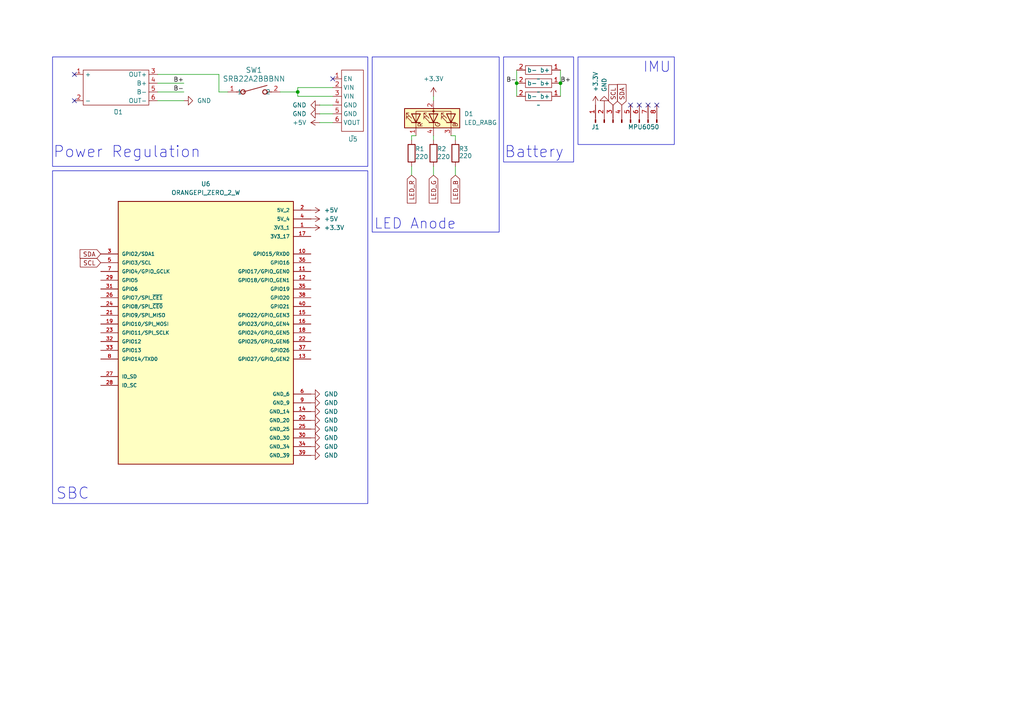
<source format=kicad_sch>
(kicad_sch
	(version 20231120)
	(generator "eeschema")
	(generator_version "8.0")
	(uuid "207b2679-3657-4862-b4d9-7807ae9c7a36")
	(paper "A4")
	(lib_symbols
		(symbol "18650:18650"
			(exclude_from_sim no)
			(in_bom yes)
			(on_board yes)
			(property "Reference" "U"
				(at 0 0 0)
				(effects
					(font
						(size 1.27 1.27)
					)
				)
			)
			(property "Value" ""
				(at 0 0 0)
				(effects
					(font
						(size 1.27 1.27)
					)
				)
			)
			(property "Footprint" ""
				(at 0 0 0)
				(effects
					(font
						(size 1.27 1.27)
					)
					(hide yes)
				)
			)
			(property "Datasheet" ""
				(at 0 0 0)
				(effects
					(font
						(size 1.27 1.27)
					)
					(hide yes)
				)
			)
			(property "Description" ""
				(at 0 0 0)
				(effects
					(font
						(size 1.27 1.27)
					)
					(hide yes)
				)
			)
			(symbol "18650_0_1"
				(rectangle
					(start 11.43 -1.27)
					(end 3.81 -3.81)
					(stroke
						(width 0)
						(type default)
					)
					(fill
						(type none)
					)
				)
			)
			(symbol "18650_1_1"
				(pin power_out line
					(at 1.27 -2.54 0)
					(length 2.54)
					(name "b+"
						(effects
							(font
								(size 1.27 1.27)
							)
						)
					)
					(number "1"
						(effects
							(font
								(size 1.27 1.27)
							)
						)
					)
				)
				(pin passive line
					(at 13.97 -2.54 180)
					(length 2.54)
					(name "b-"
						(effects
							(font
								(size 1.27 1.27)
							)
						)
					)
					(number "2"
						(effects
							(font
								(size 1.27 1.27)
							)
						)
					)
				)
			)
		)
		(symbol "Connector:Conn_01x08_Pin"
			(pin_names
				(offset 1.016) hide)
			(exclude_from_sim no)
			(in_bom yes)
			(on_board yes)
			(property "Reference" "J"
				(at 0 10.16 0)
				(effects
					(font
						(size 1.27 1.27)
					)
				)
			)
			(property "Value" "Conn_01x08_Pin"
				(at 0 -12.7 0)
				(effects
					(font
						(size 1.27 1.27)
					)
				)
			)
			(property "Footprint" ""
				(at 0 0 0)
				(effects
					(font
						(size 1.27 1.27)
					)
					(hide yes)
				)
			)
			(property "Datasheet" "~"
				(at 0 0 0)
				(effects
					(font
						(size 1.27 1.27)
					)
					(hide yes)
				)
			)
			(property "Description" "Generic connector, single row, 01x08, script generated"
				(at 0 0 0)
				(effects
					(font
						(size 1.27 1.27)
					)
					(hide yes)
				)
			)
			(property "ki_locked" ""
				(at 0 0 0)
				(effects
					(font
						(size 1.27 1.27)
					)
				)
			)
			(property "ki_keywords" "connector"
				(at 0 0 0)
				(effects
					(font
						(size 1.27 1.27)
					)
					(hide yes)
				)
			)
			(property "ki_fp_filters" "Connector*:*_1x??_*"
				(at 0 0 0)
				(effects
					(font
						(size 1.27 1.27)
					)
					(hide yes)
				)
			)
			(symbol "Conn_01x08_Pin_1_1"
				(polyline
					(pts
						(xy 1.27 -10.16) (xy 0.8636 -10.16)
					)
					(stroke
						(width 0.1524)
						(type default)
					)
					(fill
						(type none)
					)
				)
				(polyline
					(pts
						(xy 1.27 -7.62) (xy 0.8636 -7.62)
					)
					(stroke
						(width 0.1524)
						(type default)
					)
					(fill
						(type none)
					)
				)
				(polyline
					(pts
						(xy 1.27 -5.08) (xy 0.8636 -5.08)
					)
					(stroke
						(width 0.1524)
						(type default)
					)
					(fill
						(type none)
					)
				)
				(polyline
					(pts
						(xy 1.27 -2.54) (xy 0.8636 -2.54)
					)
					(stroke
						(width 0.1524)
						(type default)
					)
					(fill
						(type none)
					)
				)
				(polyline
					(pts
						(xy 1.27 0) (xy 0.8636 0)
					)
					(stroke
						(width 0.1524)
						(type default)
					)
					(fill
						(type none)
					)
				)
				(polyline
					(pts
						(xy 1.27 2.54) (xy 0.8636 2.54)
					)
					(stroke
						(width 0.1524)
						(type default)
					)
					(fill
						(type none)
					)
				)
				(polyline
					(pts
						(xy 1.27 5.08) (xy 0.8636 5.08)
					)
					(stroke
						(width 0.1524)
						(type default)
					)
					(fill
						(type none)
					)
				)
				(polyline
					(pts
						(xy 1.27 7.62) (xy 0.8636 7.62)
					)
					(stroke
						(width 0.1524)
						(type default)
					)
					(fill
						(type none)
					)
				)
				(rectangle
					(start 0.8636 -10.033)
					(end 0 -10.287)
					(stroke
						(width 0.1524)
						(type default)
					)
					(fill
						(type outline)
					)
				)
				(rectangle
					(start 0.8636 -7.493)
					(end 0 -7.747)
					(stroke
						(width 0.1524)
						(type default)
					)
					(fill
						(type outline)
					)
				)
				(rectangle
					(start 0.8636 -4.953)
					(end 0 -5.207)
					(stroke
						(width 0.1524)
						(type default)
					)
					(fill
						(type outline)
					)
				)
				(rectangle
					(start 0.8636 -2.413)
					(end 0 -2.667)
					(stroke
						(width 0.1524)
						(type default)
					)
					(fill
						(type outline)
					)
				)
				(rectangle
					(start 0.8636 0.127)
					(end 0 -0.127)
					(stroke
						(width 0.1524)
						(type default)
					)
					(fill
						(type outline)
					)
				)
				(rectangle
					(start 0.8636 2.667)
					(end 0 2.413)
					(stroke
						(width 0.1524)
						(type default)
					)
					(fill
						(type outline)
					)
				)
				(rectangle
					(start 0.8636 5.207)
					(end 0 4.953)
					(stroke
						(width 0.1524)
						(type default)
					)
					(fill
						(type outline)
					)
				)
				(rectangle
					(start 0.8636 7.747)
					(end 0 7.493)
					(stroke
						(width 0.1524)
						(type default)
					)
					(fill
						(type outline)
					)
				)
				(pin passive line
					(at 5.08 7.62 180)
					(length 3.81)
					(name "Pin_1"
						(effects
							(font
								(size 1.27 1.27)
							)
						)
					)
					(number "1"
						(effects
							(font
								(size 1.27 1.27)
							)
						)
					)
				)
				(pin passive line
					(at 5.08 5.08 180)
					(length 3.81)
					(name "Pin_2"
						(effects
							(font
								(size 1.27 1.27)
							)
						)
					)
					(number "2"
						(effects
							(font
								(size 1.27 1.27)
							)
						)
					)
				)
				(pin passive line
					(at 5.08 2.54 180)
					(length 3.81)
					(name "Pin_3"
						(effects
							(font
								(size 1.27 1.27)
							)
						)
					)
					(number "3"
						(effects
							(font
								(size 1.27 1.27)
							)
						)
					)
				)
				(pin passive line
					(at 5.08 0 180)
					(length 3.81)
					(name "Pin_4"
						(effects
							(font
								(size 1.27 1.27)
							)
						)
					)
					(number "4"
						(effects
							(font
								(size 1.27 1.27)
							)
						)
					)
				)
				(pin passive line
					(at 5.08 -2.54 180)
					(length 3.81)
					(name "Pin_5"
						(effects
							(font
								(size 1.27 1.27)
							)
						)
					)
					(number "5"
						(effects
							(font
								(size 1.27 1.27)
							)
						)
					)
				)
				(pin passive line
					(at 5.08 -5.08 180)
					(length 3.81)
					(name "Pin_6"
						(effects
							(font
								(size 1.27 1.27)
							)
						)
					)
					(number "6"
						(effects
							(font
								(size 1.27 1.27)
							)
						)
					)
				)
				(pin passive line
					(at 5.08 -7.62 180)
					(length 3.81)
					(name "Pin_7"
						(effects
							(font
								(size 1.27 1.27)
							)
						)
					)
					(number "7"
						(effects
							(font
								(size 1.27 1.27)
							)
						)
					)
				)
				(pin passive line
					(at 5.08 -10.16 180)
					(length 3.81)
					(name "Pin_8"
						(effects
							(font
								(size 1.27 1.27)
							)
						)
					)
					(number "8"
						(effects
							(font
								(size 1.27 1.27)
							)
						)
					)
				)
			)
		)
		(symbol "Device:LED_RABG"
			(pin_names
				(offset 0) hide)
			(exclude_from_sim no)
			(in_bom yes)
			(on_board yes)
			(property "Reference" "D"
				(at 0 9.398 0)
				(effects
					(font
						(size 1.27 1.27)
					)
				)
			)
			(property "Value" "LED_RABG"
				(at 0 -8.89 0)
				(effects
					(font
						(size 1.27 1.27)
					)
				)
			)
			(property "Footprint" ""
				(at 0 -1.27 0)
				(effects
					(font
						(size 1.27 1.27)
					)
					(hide yes)
				)
			)
			(property "Datasheet" "~"
				(at 0 -1.27 0)
				(effects
					(font
						(size 1.27 1.27)
					)
					(hide yes)
				)
			)
			(property "Description" "RGB LED, red/anode/blue/green"
				(at 0 0 0)
				(effects
					(font
						(size 1.27 1.27)
					)
					(hide yes)
				)
			)
			(property "ki_keywords" "LED RGB diode"
				(at 0 0 0)
				(effects
					(font
						(size 1.27 1.27)
					)
					(hide yes)
				)
			)
			(property "ki_fp_filters" "LED* LED_SMD:* LED_THT:*"
				(at 0 0 0)
				(effects
					(font
						(size 1.27 1.27)
					)
					(hide yes)
				)
			)
			(symbol "LED_RABG_0_0"
				(text "B"
					(at -1.905 -6.35 0)
					(effects
						(font
							(size 1.27 1.27)
						)
					)
				)
				(text "G"
					(at -1.905 -1.27 0)
					(effects
						(font
							(size 1.27 1.27)
						)
					)
				)
				(text "R"
					(at -1.905 3.81 0)
					(effects
						(font
							(size 1.27 1.27)
						)
					)
				)
			)
			(symbol "LED_RABG_0_1"
				(polyline
					(pts
						(xy -1.27 -5.08) (xy -2.54 -5.08)
					)
					(stroke
						(width 0)
						(type default)
					)
					(fill
						(type none)
					)
				)
				(polyline
					(pts
						(xy -1.27 -5.08) (xy 1.27 -5.08)
					)
					(stroke
						(width 0)
						(type default)
					)
					(fill
						(type none)
					)
				)
				(polyline
					(pts
						(xy -1.27 -3.81) (xy -1.27 -6.35)
					)
					(stroke
						(width 0.254)
						(type default)
					)
					(fill
						(type none)
					)
				)
				(polyline
					(pts
						(xy -1.27 0) (xy -2.54 0)
					)
					(stroke
						(width 0)
						(type default)
					)
					(fill
						(type none)
					)
				)
				(polyline
					(pts
						(xy -1.27 1.27) (xy -1.27 -1.27)
					)
					(stroke
						(width 0.254)
						(type default)
					)
					(fill
						(type none)
					)
				)
				(polyline
					(pts
						(xy -1.27 5.08) (xy -2.54 5.08)
					)
					(stroke
						(width 0)
						(type default)
					)
					(fill
						(type none)
					)
				)
				(polyline
					(pts
						(xy -1.27 5.08) (xy 1.27 5.08)
					)
					(stroke
						(width 0)
						(type default)
					)
					(fill
						(type none)
					)
				)
				(polyline
					(pts
						(xy -1.27 6.35) (xy -1.27 3.81)
					)
					(stroke
						(width 0.254)
						(type default)
					)
					(fill
						(type none)
					)
				)
				(polyline
					(pts
						(xy 1.27 0) (xy -1.27 0)
					)
					(stroke
						(width 0)
						(type default)
					)
					(fill
						(type none)
					)
				)
				(polyline
					(pts
						(xy 1.27 0) (xy 2.54 0)
					)
					(stroke
						(width 0)
						(type default)
					)
					(fill
						(type none)
					)
				)
				(polyline
					(pts
						(xy -1.27 1.27) (xy -1.27 -1.27) (xy -1.27 -1.27)
					)
					(stroke
						(width 0)
						(type default)
					)
					(fill
						(type none)
					)
				)
				(polyline
					(pts
						(xy -1.27 6.35) (xy -1.27 3.81) (xy -1.27 3.81)
					)
					(stroke
						(width 0)
						(type default)
					)
					(fill
						(type none)
					)
				)
				(polyline
					(pts
						(xy 1.27 -5.08) (xy 2.032 -5.08) (xy 2.032 5.08) (xy 1.27 5.08)
					)
					(stroke
						(width 0)
						(type default)
					)
					(fill
						(type none)
					)
				)
				(polyline
					(pts
						(xy 1.27 -3.81) (xy 1.27 -6.35) (xy -1.27 -5.08) (xy 1.27 -3.81)
					)
					(stroke
						(width 0.254)
						(type default)
					)
					(fill
						(type none)
					)
				)
				(polyline
					(pts
						(xy 1.27 1.27) (xy 1.27 -1.27) (xy -1.27 0) (xy 1.27 1.27)
					)
					(stroke
						(width 0.254)
						(type default)
					)
					(fill
						(type none)
					)
				)
				(polyline
					(pts
						(xy 1.27 6.35) (xy 1.27 3.81) (xy -1.27 5.08) (xy 1.27 6.35)
					)
					(stroke
						(width 0.254)
						(type default)
					)
					(fill
						(type none)
					)
				)
				(polyline
					(pts
						(xy -1.016 -3.81) (xy 0.508 -2.286) (xy -0.254 -2.286) (xy 0.508 -2.286) (xy 0.508 -3.048)
					)
					(stroke
						(width 0)
						(type default)
					)
					(fill
						(type none)
					)
				)
				(polyline
					(pts
						(xy -1.016 1.27) (xy 0.508 2.794) (xy -0.254 2.794) (xy 0.508 2.794) (xy 0.508 2.032)
					)
					(stroke
						(width 0)
						(type default)
					)
					(fill
						(type none)
					)
				)
				(polyline
					(pts
						(xy -1.016 6.35) (xy 0.508 7.874) (xy -0.254 7.874) (xy 0.508 7.874) (xy 0.508 7.112)
					)
					(stroke
						(width 0)
						(type default)
					)
					(fill
						(type none)
					)
				)
				(polyline
					(pts
						(xy 0 -3.81) (xy 1.524 -2.286) (xy 0.762 -2.286) (xy 1.524 -2.286) (xy 1.524 -3.048)
					)
					(stroke
						(width 0)
						(type default)
					)
					(fill
						(type none)
					)
				)
				(polyline
					(pts
						(xy 0 1.27) (xy 1.524 2.794) (xy 0.762 2.794) (xy 1.524 2.794) (xy 1.524 2.032)
					)
					(stroke
						(width 0)
						(type default)
					)
					(fill
						(type none)
					)
				)
				(polyline
					(pts
						(xy 0 6.35) (xy 1.524 7.874) (xy 0.762 7.874) (xy 1.524 7.874) (xy 1.524 7.112)
					)
					(stroke
						(width 0)
						(type default)
					)
					(fill
						(type none)
					)
				)
				(rectangle
					(start 1.27 -1.27)
					(end 1.27 1.27)
					(stroke
						(width 0)
						(type default)
					)
					(fill
						(type none)
					)
				)
				(rectangle
					(start 1.27 1.27)
					(end 1.27 1.27)
					(stroke
						(width 0)
						(type default)
					)
					(fill
						(type none)
					)
				)
				(rectangle
					(start 1.27 3.81)
					(end 1.27 6.35)
					(stroke
						(width 0)
						(type default)
					)
					(fill
						(type none)
					)
				)
				(rectangle
					(start 1.27 6.35)
					(end 1.27 6.35)
					(stroke
						(width 0)
						(type default)
					)
					(fill
						(type none)
					)
				)
				(circle
					(center 2.032 0)
					(radius 0.254)
					(stroke
						(width 0)
						(type default)
					)
					(fill
						(type outline)
					)
				)
				(rectangle
					(start 2.794 8.382)
					(end -2.794 -7.62)
					(stroke
						(width 0.254)
						(type default)
					)
					(fill
						(type background)
					)
				)
			)
			(symbol "LED_RABG_1_1"
				(pin passive line
					(at -5.08 5.08 0)
					(length 2.54)
					(name "RK"
						(effects
							(font
								(size 1.27 1.27)
							)
						)
					)
					(number "1"
						(effects
							(font
								(size 1.27 1.27)
							)
						)
					)
				)
				(pin passive line
					(at 5.08 0 180)
					(length 2.54)
					(name "A"
						(effects
							(font
								(size 1.27 1.27)
							)
						)
					)
					(number "2"
						(effects
							(font
								(size 1.27 1.27)
							)
						)
					)
				)
				(pin passive line
					(at -5.08 -5.08 0)
					(length 2.54)
					(name "BK"
						(effects
							(font
								(size 1.27 1.27)
							)
						)
					)
					(number "3"
						(effects
							(font
								(size 1.27 1.27)
							)
						)
					)
				)
				(pin passive line
					(at -5.08 0 0)
					(length 2.54)
					(name "GK"
						(effects
							(font
								(size 1.27 1.27)
							)
						)
					)
					(number "4"
						(effects
							(font
								(size 1.27 1.27)
							)
						)
					)
				)
			)
		)
		(symbol "Device:R"
			(pin_numbers hide)
			(pin_names
				(offset 0)
			)
			(exclude_from_sim no)
			(in_bom yes)
			(on_board yes)
			(property "Reference" "R"
				(at 2.032 0 90)
				(effects
					(font
						(size 1.27 1.27)
					)
				)
			)
			(property "Value" "R"
				(at 0 0 90)
				(effects
					(font
						(size 1.27 1.27)
					)
				)
			)
			(property "Footprint" ""
				(at -1.778 0 90)
				(effects
					(font
						(size 1.27 1.27)
					)
					(hide yes)
				)
			)
			(property "Datasheet" "~"
				(at 0 0 0)
				(effects
					(font
						(size 1.27 1.27)
					)
					(hide yes)
				)
			)
			(property "Description" "Resistor"
				(at 0 0 0)
				(effects
					(font
						(size 1.27 1.27)
					)
					(hide yes)
				)
			)
			(property "ki_keywords" "R res resistor"
				(at 0 0 0)
				(effects
					(font
						(size 1.27 1.27)
					)
					(hide yes)
				)
			)
			(property "ki_fp_filters" "R_*"
				(at 0 0 0)
				(effects
					(font
						(size 1.27 1.27)
					)
					(hide yes)
				)
			)
			(symbol "R_0_1"
				(rectangle
					(start -1.016 -2.54)
					(end 1.016 2.54)
					(stroke
						(width 0.254)
						(type default)
					)
					(fill
						(type none)
					)
				)
			)
			(symbol "R_1_1"
				(pin passive line
					(at 0 3.81 270)
					(length 1.27)
					(name "~"
						(effects
							(font
								(size 1.27 1.27)
							)
						)
					)
					(number "1"
						(effects
							(font
								(size 1.27 1.27)
							)
						)
					)
				)
				(pin passive line
					(at 0 -3.81 90)
					(length 1.27)
					(name "~"
						(effects
							(font
								(size 1.27 1.27)
							)
						)
					)
					(number "2"
						(effects
							(font
								(size 1.27 1.27)
							)
						)
					)
				)
			)
		)
		(symbol "GND_2"
			(power)
			(pin_names
				(offset 0)
			)
			(exclude_from_sim no)
			(in_bom yes)
			(on_board yes)
			(property "Reference" "#PWR"
				(at 0 -6.35 0)
				(effects
					(font
						(size 1.27 1.27)
					)
					(hide yes)
				)
			)
			(property "Value" "GND"
				(at 0 -3.81 0)
				(effects
					(font
						(size 1.27 1.27)
					)
				)
			)
			(property "Footprint" ""
				(at 0 0 0)
				(effects
					(font
						(size 1.27 1.27)
					)
					(hide yes)
				)
			)
			(property "Datasheet" ""
				(at 0 0 0)
				(effects
					(font
						(size 1.27 1.27)
					)
					(hide yes)
				)
			)
			(property "Description" "Power symbol creates a global label with name \"GND\" , ground"
				(at 0 0 0)
				(effects
					(font
						(size 1.27 1.27)
					)
					(hide yes)
				)
			)
			(property "ki_keywords" "global power"
				(at 0 0 0)
				(effects
					(font
						(size 1.27 1.27)
					)
					(hide yes)
				)
			)
			(symbol "GND_2_0_1"
				(polyline
					(pts
						(xy 0 0) (xy 0 -1.27) (xy 1.27 -1.27) (xy 0 -2.54) (xy -1.27 -1.27) (xy 0 -1.27)
					)
					(stroke
						(width 0)
						(type default)
					)
					(fill
						(type none)
					)
				)
			)
			(symbol "GND_2_1_1"
				(pin power_in line
					(at 0 0 270)
					(length 0) hide
					(name "GND"
						(effects
							(font
								(size 1.27 1.27)
							)
						)
					)
					(number "1"
						(effects
							(font
								(size 1.27 1.27)
							)
						)
					)
				)
			)
		)
		(symbol "ORANGEPI_ZERO_2_W:RASPBERRY_PI_ZERO_2_W"
			(pin_names
				(offset 1.016)
			)
			(exclude_from_sim no)
			(in_bom yes)
			(on_board yes)
			(property "Reference" "U6"
				(at 0 43.18 0)
				(effects
					(font
						(size 1.27 1.27)
					)
				)
			)
			(property "Value" "ORANGEPI_ZERO_2_W"
				(at 0 40.64 0)
				(effects
					(font
						(size 1.27 1.27)
					)
				)
			)
			(property "Footprint" "RASPBERRY_PI_ZERO_2_W:MODULE_RASPBERRY_PI_ZERO_2_W"
				(at 0 0 0)
				(effects
					(font
						(size 1.27 1.27)
					)
					(justify bottom)
					(hide yes)
				)
			)
			(property "Datasheet" ""
				(at 0 0 0)
				(effects
					(font
						(size 1.27 1.27)
					)
					(hide yes)
				)
			)
			(property "Description" ""
				(at 0 0 0)
				(effects
					(font
						(size 1.27 1.27)
					)
					(hide yes)
				)
			)
			(property "MF" "Raspberry Pi"
				(at 0 0 0)
				(effects
					(font
						(size 1.27 1.27)
					)
					(justify bottom)
					(hide yes)
				)
			)
			(property "Description_1" "\nAt the heart of Raspberry Pi Zero 2 W is RP3A0, a custom-built system-in-package designed by Raspberry Pi in the UK.\n"
				(at 0 0 0)
				(effects
					(font
						(size 1.27 1.27)
					)
					(justify bottom)
					(hide yes)
				)
			)
			(property "Package" "None"
				(at 0 0 0)
				(effects
					(font
						(size 1.27 1.27)
					)
					(justify bottom)
					(hide yes)
				)
			)
			(property "Price" "None"
				(at 0 0 0)
				(effects
					(font
						(size 1.27 1.27)
					)
					(justify bottom)
					(hide yes)
				)
			)
			(property "Check_prices" "https://www.snapeda.com/parts/RASPBERRY%20PI%20ZERO%202%20W/Raspberry+Pi/view-part/?ref=eda"
				(at 0 0 0)
				(effects
					(font
						(size 1.27 1.27)
					)
					(justify bottom)
					(hide yes)
				)
			)
			(property "STANDARD" "Manufacturer Recommendations"
				(at 0 0 0)
				(effects
					(font
						(size 1.27 1.27)
					)
					(justify bottom)
					(hide yes)
				)
			)
			(property "PARTREV" "April 2024"
				(at 0 0 0)
				(effects
					(font
						(size 1.27 1.27)
					)
					(justify bottom)
					(hide yes)
				)
			)
			(property "SnapEDA_Link" "https://www.snapeda.com/parts/RASPBERRY%20PI%20ZERO%202%20W/Raspberry+Pi/view-part/?ref=snap"
				(at 0 0 0)
				(effects
					(font
						(size 1.27 1.27)
					)
					(justify bottom)
					(hide yes)
				)
			)
			(property "MP" "RASPBERRY PI ZERO 2 W"
				(at 0 0 0)
				(effects
					(font
						(size 1.27 1.27)
					)
					(justify bottom)
					(hide yes)
				)
			)
			(property "Availability" "In Stock"
				(at 0 0 0)
				(effects
					(font
						(size 1.27 1.27)
					)
					(justify bottom)
					(hide yes)
				)
			)
			(property "MANUFACTURER" "Raspberry Pi"
				(at 0 0 0)
				(effects
					(font
						(size 1.27 1.27)
					)
					(justify bottom)
					(hide yes)
				)
			)
			(symbol "RASPBERRY_PI_ZERO_2_W_0_0"
				(rectangle
					(start -25.4 -38.1)
					(end 25.4 38.1)
					(stroke
						(width 0.254)
						(type default)
					)
					(fill
						(type background)
					)
				)
				(pin power_in line
					(at 30.48 30.48 180)
					(length 5.08)
					(name "3V3_1"
						(effects
							(font
								(size 1.016 1.016)
							)
						)
					)
					(number "1"
						(effects
							(font
								(size 1.016 1.016)
							)
						)
					)
				)
				(pin bidirectional line
					(at 30.48 22.86 180)
					(length 5.08)
					(name "GPIO15/RXD0"
						(effects
							(font
								(size 1.016 1.016)
							)
						)
					)
					(number "10"
						(effects
							(font
								(size 1.016 1.016)
							)
						)
					)
				)
				(pin bidirectional line
					(at 30.48 17.78 180)
					(length 5.08)
					(name "GPIO17/GPIO_GEN0"
						(effects
							(font
								(size 1.016 1.016)
							)
						)
					)
					(number "11"
						(effects
							(font
								(size 1.016 1.016)
							)
						)
					)
				)
				(pin bidirectional line
					(at 30.48 15.24 180)
					(length 5.08)
					(name "GPIO18/GPIO_GEN1"
						(effects
							(font
								(size 1.016 1.016)
							)
						)
					)
					(number "12"
						(effects
							(font
								(size 1.016 1.016)
							)
						)
					)
				)
				(pin bidirectional line
					(at 30.48 -7.62 180)
					(length 5.08)
					(name "GPIO27/GPIO_GEN2"
						(effects
							(font
								(size 1.016 1.016)
							)
						)
					)
					(number "13"
						(effects
							(font
								(size 1.016 1.016)
							)
						)
					)
				)
				(pin power_in line
					(at 30.48 -22.86 180)
					(length 5.08)
					(name "GND_14"
						(effects
							(font
								(size 1.016 1.016)
							)
						)
					)
					(number "14"
						(effects
							(font
								(size 1.016 1.016)
							)
						)
					)
				)
				(pin bidirectional line
					(at 30.48 5.08 180)
					(length 5.08)
					(name "GPIO22/GPIO_GEN3"
						(effects
							(font
								(size 1.016 1.016)
							)
						)
					)
					(number "15"
						(effects
							(font
								(size 1.016 1.016)
							)
						)
					)
				)
				(pin bidirectional line
					(at 30.48 2.54 180)
					(length 5.08)
					(name "GPIO23/GPIO_GEN4"
						(effects
							(font
								(size 1.016 1.016)
							)
						)
					)
					(number "16"
						(effects
							(font
								(size 1.016 1.016)
							)
						)
					)
				)
				(pin power_in line
					(at 30.48 27.94 180)
					(length 5.08)
					(name "3V3_17"
						(effects
							(font
								(size 1.016 1.016)
							)
						)
					)
					(number "17"
						(effects
							(font
								(size 1.016 1.016)
							)
						)
					)
				)
				(pin bidirectional line
					(at 30.48 0 180)
					(length 5.08)
					(name "GPIO24/GPIO_GEN5"
						(effects
							(font
								(size 1.016 1.016)
							)
						)
					)
					(number "18"
						(effects
							(font
								(size 1.016 1.016)
							)
						)
					)
				)
				(pin bidirectional line
					(at -30.48 2.54 0)
					(length 5.08)
					(name "GPIO10/SPI_MOSI"
						(effects
							(font
								(size 1.016 1.016)
							)
						)
					)
					(number "19"
						(effects
							(font
								(size 1.016 1.016)
							)
						)
					)
				)
				(pin power_in line
					(at 30.48 35.56 180)
					(length 5.08)
					(name "5V_2"
						(effects
							(font
								(size 1.016 1.016)
							)
						)
					)
					(number "2"
						(effects
							(font
								(size 1.016 1.016)
							)
						)
					)
				)
				(pin power_in line
					(at 30.48 -25.4 180)
					(length 5.08)
					(name "GND_20"
						(effects
							(font
								(size 1.016 1.016)
							)
						)
					)
					(number "20"
						(effects
							(font
								(size 1.016 1.016)
							)
						)
					)
				)
				(pin bidirectional line
					(at -30.48 5.08 0)
					(length 5.08)
					(name "GPIO9/SPI_MISO"
						(effects
							(font
								(size 1.016 1.016)
							)
						)
					)
					(number "21"
						(effects
							(font
								(size 1.016 1.016)
							)
						)
					)
				)
				(pin bidirectional line
					(at 30.48 -2.54 180)
					(length 5.08)
					(name "GPIO25/GPIO_GEN6"
						(effects
							(font
								(size 1.016 1.016)
							)
						)
					)
					(number "22"
						(effects
							(font
								(size 1.016 1.016)
							)
						)
					)
				)
				(pin bidirectional line
					(at -30.48 0 0)
					(length 5.08)
					(name "GPIO11/SPI_SCLK"
						(effects
							(font
								(size 1.016 1.016)
							)
						)
					)
					(number "23"
						(effects
							(font
								(size 1.016 1.016)
							)
						)
					)
				)
				(pin bidirectional line
					(at -30.48 7.62 0)
					(length 5.08)
					(name "GPIO8/SPI_~{CE0}"
						(effects
							(font
								(size 1.016 1.016)
							)
						)
					)
					(number "24"
						(effects
							(font
								(size 1.016 1.016)
							)
						)
					)
				)
				(pin power_in line
					(at 30.48 -27.94 180)
					(length 5.08)
					(name "GND_25"
						(effects
							(font
								(size 1.016 1.016)
							)
						)
					)
					(number "25"
						(effects
							(font
								(size 1.016 1.016)
							)
						)
					)
				)
				(pin bidirectional line
					(at -30.48 10.16 0)
					(length 5.08)
					(name "GPIO7/SPI_~{CE1}"
						(effects
							(font
								(size 1.016 1.016)
							)
						)
					)
					(number "26"
						(effects
							(font
								(size 1.016 1.016)
							)
						)
					)
				)
				(pin bidirectional line
					(at -30.48 -12.7 0)
					(length 5.08)
					(name "ID_SD"
						(effects
							(font
								(size 1.016 1.016)
							)
						)
					)
					(number "27"
						(effects
							(font
								(size 1.016 1.016)
							)
						)
					)
				)
				(pin bidirectional line
					(at -30.48 -15.24 0)
					(length 5.08)
					(name "ID_SC"
						(effects
							(font
								(size 1.016 1.016)
							)
						)
					)
					(number "28"
						(effects
							(font
								(size 1.016 1.016)
							)
						)
					)
				)
				(pin bidirectional line
					(at -30.48 15.24 0)
					(length 5.08)
					(name "GPIO5"
						(effects
							(font
								(size 1.016 1.016)
							)
						)
					)
					(number "29"
						(effects
							(font
								(size 1.016 1.016)
							)
						)
					)
				)
				(pin bidirectional line
					(at -30.48 22.86 0)
					(length 5.08)
					(name "GPIO2/SDA1"
						(effects
							(font
								(size 1.016 1.016)
							)
						)
					)
					(number "3"
						(effects
							(font
								(size 1.016 1.016)
							)
						)
					)
				)
				(pin power_in line
					(at 30.48 -30.48 180)
					(length 5.08)
					(name "GND_30"
						(effects
							(font
								(size 1.016 1.016)
							)
						)
					)
					(number "30"
						(effects
							(font
								(size 1.016 1.016)
							)
						)
					)
				)
				(pin bidirectional line
					(at -30.48 12.7 0)
					(length 5.08)
					(name "GPIO6"
						(effects
							(font
								(size 1.016 1.016)
							)
						)
					)
					(number "31"
						(effects
							(font
								(size 1.016 1.016)
							)
						)
					)
				)
				(pin bidirectional line
					(at -30.48 -2.54 0)
					(length 5.08)
					(name "GPIO12"
						(effects
							(font
								(size 1.016 1.016)
							)
						)
					)
					(number "32"
						(effects
							(font
								(size 1.016 1.016)
							)
						)
					)
				)
				(pin bidirectional line
					(at -30.48 -5.08 0)
					(length 5.08)
					(name "GPIO13"
						(effects
							(font
								(size 1.016 1.016)
							)
						)
					)
					(number "33"
						(effects
							(font
								(size 1.016 1.016)
							)
						)
					)
				)
				(pin power_in line
					(at 30.48 -33.02 180)
					(length 5.08)
					(name "GND_34"
						(effects
							(font
								(size 1.016 1.016)
							)
						)
					)
					(number "34"
						(effects
							(font
								(size 1.016 1.016)
							)
						)
					)
				)
				(pin bidirectional line
					(at 30.48 12.7 180)
					(length 5.08)
					(name "GPIO19"
						(effects
							(font
								(size 1.016 1.016)
							)
						)
					)
					(number "35"
						(effects
							(font
								(size 1.016 1.016)
							)
						)
					)
				)
				(pin bidirectional line
					(at 30.48 20.32 180)
					(length 5.08)
					(name "GPIO16"
						(effects
							(font
								(size 1.016 1.016)
							)
						)
					)
					(number "36"
						(effects
							(font
								(size 1.016 1.016)
							)
						)
					)
				)
				(pin bidirectional line
					(at 30.48 -5.08 180)
					(length 5.08)
					(name "GPIO26"
						(effects
							(font
								(size 1.016 1.016)
							)
						)
					)
					(number "37"
						(effects
							(font
								(size 1.016 1.016)
							)
						)
					)
				)
				(pin bidirectional line
					(at 30.48 10.16 180)
					(length 5.08)
					(name "GPIO20"
						(effects
							(font
								(size 1.016 1.016)
							)
						)
					)
					(number "38"
						(effects
							(font
								(size 1.016 1.016)
							)
						)
					)
				)
				(pin power_in line
					(at 30.48 -35.56 180)
					(length 5.08)
					(name "GND_39"
						(effects
							(font
								(size 1.016 1.016)
							)
						)
					)
					(number "39"
						(effects
							(font
								(size 1.016 1.016)
							)
						)
					)
				)
				(pin power_in line
					(at 30.48 33.02 180)
					(length 5.08)
					(name "5V_4"
						(effects
							(font
								(size 1.016 1.016)
							)
						)
					)
					(number "4"
						(effects
							(font
								(size 1.016 1.016)
							)
						)
					)
				)
				(pin bidirectional line
					(at 30.48 7.62 180)
					(length 5.08)
					(name "GPIO21"
						(effects
							(font
								(size 1.016 1.016)
							)
						)
					)
					(number "40"
						(effects
							(font
								(size 1.016 1.016)
							)
						)
					)
				)
				(pin bidirectional line
					(at -30.48 20.32 0)
					(length 5.08)
					(name "GPIO3/SCL"
						(effects
							(font
								(size 1.016 1.016)
							)
						)
					)
					(number "5"
						(effects
							(font
								(size 1.016 1.016)
							)
						)
					)
				)
				(pin power_in line
					(at 30.48 -17.78 180)
					(length 5.08)
					(name "GND_6"
						(effects
							(font
								(size 1.016 1.016)
							)
						)
					)
					(number "6"
						(effects
							(font
								(size 1.016 1.016)
							)
						)
					)
				)
				(pin bidirectional line
					(at -30.48 17.78 0)
					(length 5.08)
					(name "GPIO4/GPIO_GCLK"
						(effects
							(font
								(size 1.016 1.016)
							)
						)
					)
					(number "7"
						(effects
							(font
								(size 1.016 1.016)
							)
						)
					)
				)
				(pin bidirectional line
					(at -30.48 -7.62 0)
					(length 5.08)
					(name "GPIO14/TXD0"
						(effects
							(font
								(size 1.016 1.016)
							)
						)
					)
					(number "8"
						(effects
							(font
								(size 1.016 1.016)
							)
						)
					)
				)
				(pin power_in line
					(at 30.48 -20.32 180)
					(length 5.08)
					(name "GND_9"
						(effects
							(font
								(size 1.016 1.016)
							)
						)
					)
					(number "9"
						(effects
							(font
								(size 1.016 1.016)
							)
						)
					)
				)
			)
		)
		(symbol "SW_SRB22A2BBBNN_ZFE:SRB22A2BBBNN"
			(pin_names
				(offset 0.254)
			)
			(exclude_from_sim no)
			(in_bom yes)
			(on_board yes)
			(property "Reference" "SW"
				(at 0 3.81 0)
				(effects
					(font
						(size 1.524 1.524)
					)
				)
			)
			(property "Value" "SRB22A2BBBNN"
				(at 0 0 0)
				(effects
					(font
						(size 1.524 1.524)
					)
				)
			)
			(property "Footprint" "SW_SRB22A2BBBNN_ZFE"
				(at 0 0 0)
				(effects
					(font
						(size 1.27 1.27)
						(italic yes)
					)
					(hide yes)
				)
			)
			(property "Datasheet" "SRB22A2BBBNN"
				(at 0 0 0)
				(effects
					(font
						(size 1.27 1.27)
						(italic yes)
					)
					(hide yes)
				)
			)
			(property "Description" ""
				(at 0 0 0)
				(effects
					(font
						(size 1.27 1.27)
					)
					(hide yes)
				)
			)
			(property "ki_locked" ""
				(at 0 0 0)
				(effects
					(font
						(size 1.27 1.27)
					)
				)
			)
			(property "ki_keywords" "SRB22A2BBBNN"
				(at 0 0 0)
				(effects
					(font
						(size 1.27 1.27)
					)
					(hide yes)
				)
			)
			(property "ki_fp_filters" "SW_SRB22A2BBBNN_ZFE"
				(at 0 0 0)
				(effects
					(font
						(size 1.27 1.27)
					)
					(hide yes)
				)
			)
			(symbol "SRB22A2BBBNN_0_1"
				(circle
					(center -3.175 0)
					(radius 0.635)
					(stroke
						(width 0.254)
						(type default)
					)
					(fill
						(type none)
					)
				)
				(polyline
					(pts
						(xy -5.08 0) (xy -3.81 0)
					)
					(stroke
						(width 0.2032)
						(type default)
					)
					(fill
						(type none)
					)
				)
				(polyline
					(pts
						(xy -3.175 0) (xy 3.81 1.905)
					)
					(stroke
						(width 0.2032)
						(type default)
					)
					(fill
						(type none)
					)
				)
				(polyline
					(pts
						(xy 5.08 0) (xy 3.81 0)
					)
					(stroke
						(width 0.2032)
						(type default)
					)
					(fill
						(type none)
					)
				)
				(circle
					(center 3.175 0)
					(radius 0.635)
					(stroke
						(width 0.254)
						(type default)
					)
					(fill
						(type none)
					)
				)
				(pin unspecified line
					(at -7.62 0 0)
					(length 2.54)
					(name "1"
						(effects
							(font
								(size 1.27 1.27)
							)
						)
					)
					(number "1"
						(effects
							(font
								(size 1.27 1.27)
							)
						)
					)
				)
				(pin unspecified line
					(at 7.62 0 180)
					(length 2.54)
					(name "2"
						(effects
							(font
								(size 1.27 1.27)
							)
						)
					)
					(number "2"
						(effects
							(font
								(size 1.27 1.27)
							)
						)
					)
				)
			)
		)
		(symbol "TP5100:TP4056"
			(exclude_from_sim no)
			(in_bom yes)
			(on_board yes)
			(property "Reference" "U"
				(at 0 3.302 0)
				(effects
					(font
						(size 1.27 1.27)
					)
				)
			)
			(property "Value" ""
				(at 0 3.302 0)
				(effects
					(font
						(size 1.27 1.27)
					)
				)
			)
			(property "Footprint" ""
				(at 0 3.302 0)
				(effects
					(font
						(size 1.27 1.27)
					)
					(hide yes)
				)
			)
			(property "Datasheet" ""
				(at 0 3.302 0)
				(effects
					(font
						(size 1.27 1.27)
					)
					(hide yes)
				)
			)
			(property "Description" ""
				(at 0 3.302 0)
				(effects
					(font
						(size 1.27 1.27)
					)
					(hide yes)
				)
			)
			(symbol "TP4056_0_1"
				(rectangle
					(start 2.54 -12.7)
					(end 21.59 -2.54)
					(stroke
						(width 0)
						(type default)
					)
					(fill
						(type none)
					)
				)
			)
			(symbol "TP4056_1_1"
				(pin power_in line
					(at 0 -3.81 0)
					(length 2.54)
					(name "+"
						(effects
							(font
								(size 1.27 1.27)
							)
						)
					)
					(number "1"
						(effects
							(font
								(size 1.27 1.27)
							)
						)
					)
				)
				(pin passive line
					(at 0 -11.43 0)
					(length 2.54)
					(name "-"
						(effects
							(font
								(size 1.27 1.27)
							)
						)
					)
					(number "2"
						(effects
							(font
								(size 1.27 1.27)
							)
						)
					)
				)
				(pin power_out line
					(at 24.13 -3.81 180)
					(length 2.54)
					(name "OUT+"
						(effects
							(font
								(size 1.27 1.27)
							)
						)
					)
					(number "3"
						(effects
							(font
								(size 1.27 1.27)
							)
						)
					)
				)
				(pin power_in line
					(at 24.13 -6.35 180)
					(length 2.54)
					(name "B+"
						(effects
							(font
								(size 1.27 1.27)
							)
						)
					)
					(number "4"
						(effects
							(font
								(size 1.27 1.27)
							)
						)
					)
				)
				(pin passive line
					(at 24.13 -8.89 180)
					(length 2.54)
					(name "B-"
						(effects
							(font
								(size 1.27 1.27)
							)
						)
					)
					(number "5"
						(effects
							(font
								(size 1.27 1.27)
							)
						)
					)
				)
				(pin passive line
					(at 24.13 -11.43 180)
					(length 2.54)
					(name "OUT-"
						(effects
							(font
								(size 1.27 1.27)
							)
						)
					)
					(number "6"
						(effects
							(font
								(size 1.27 1.27)
							)
						)
					)
				)
			)
		)
		(symbol "U3v40f5:U3V40F5"
			(exclude_from_sim no)
			(in_bom yes)
			(on_board yes)
			(property "Reference" "U5"
				(at 8.382 -14.986 0)
				(effects
					(font
						(size 1.27 1.27)
					)
				)
			)
			(property "Value" "~"
				(at 8.255 -13.97 0)
				(effects
					(font
						(size 1.27 1.27)
					)
				)
			)
			(property "Footprint" "Library1:U3V40F5"
				(at 7.874 -17.018 0)
				(effects
					(font
						(size 1.27 1.27)
					)
					(hide yes)
				)
			)
			(property "Datasheet" ""
				(at 0 0 0)
				(effects
					(font
						(size 1.27 1.27)
					)
					(hide yes)
				)
			)
			(property "Description" ""
				(at 0 0 0)
				(effects
					(font
						(size 1.27 1.27)
					)
					(hide yes)
				)
			)
			(symbol "U3V40F5_0_1"
				(rectangle
					(start 5.08 -12.7)
					(end 11.43 5.08)
					(stroke
						(width 0)
						(type default)
					)
					(fill
						(type none)
					)
				)
			)
			(symbol "U3V40F5_1_1"
				(pin power_in line
					(at 2.54 2.54 0)
					(length 2.54)
					(name "EN"
						(effects
							(font
								(size 1.27 1.27)
							)
						)
					)
					(number "1"
						(effects
							(font
								(size 1.27 1.27)
							)
						)
					)
				)
				(pin power_in line
					(at 2.54 0 0)
					(length 2.54)
					(name "VIN"
						(effects
							(font
								(size 1.27 1.27)
							)
						)
					)
					(number "2"
						(effects
							(font
								(size 1.27 1.27)
							)
						)
					)
				)
				(pin power_in line
					(at 2.54 -2.54 0)
					(length 2.54)
					(name "VIN"
						(effects
							(font
								(size 1.27 1.27)
							)
						)
					)
					(number "3"
						(effects
							(font
								(size 1.27 1.27)
							)
						)
					)
				)
				(pin passive line
					(at 2.54 -5.08 0)
					(length 2.54)
					(name "GND"
						(effects
							(font
								(size 1.27 1.27)
							)
						)
					)
					(number "4"
						(effects
							(font
								(size 1.27 1.27)
							)
						)
					)
				)
				(pin passive line
					(at 2.54 -7.62 0)
					(length 2.54)
					(name "GND"
						(effects
							(font
								(size 1.27 1.27)
							)
						)
					)
					(number "5"
						(effects
							(font
								(size 1.27 1.27)
							)
						)
					)
				)
				(pin power_out line
					(at 2.54 -10.16 0)
					(length 2.54)
					(name "VOUT"
						(effects
							(font
								(size 1.27 1.27)
							)
						)
					)
					(number "6"
						(effects
							(font
								(size 1.27 1.27)
							)
						)
					)
				)
			)
		)
		(symbol "power:+3.3V"
			(power)
			(pin_names
				(offset 0)
			)
			(exclude_from_sim no)
			(in_bom yes)
			(on_board yes)
			(property "Reference" "#PWR"
				(at 0 -3.81 0)
				(effects
					(font
						(size 1.27 1.27)
					)
					(hide yes)
				)
			)
			(property "Value" "+3.3V"
				(at 0 3.556 0)
				(effects
					(font
						(size 1.27 1.27)
					)
				)
			)
			(property "Footprint" ""
				(at 0 0 0)
				(effects
					(font
						(size 1.27 1.27)
					)
					(hide yes)
				)
			)
			(property "Datasheet" ""
				(at 0 0 0)
				(effects
					(font
						(size 1.27 1.27)
					)
					(hide yes)
				)
			)
			(property "Description" "Power symbol creates a global label with name \"+3.3V\""
				(at 0 0 0)
				(effects
					(font
						(size 1.27 1.27)
					)
					(hide yes)
				)
			)
			(property "ki_keywords" "global power"
				(at 0 0 0)
				(effects
					(font
						(size 1.27 1.27)
					)
					(hide yes)
				)
			)
			(symbol "+3.3V_0_1"
				(polyline
					(pts
						(xy -0.762 1.27) (xy 0 2.54)
					)
					(stroke
						(width 0)
						(type default)
					)
					(fill
						(type none)
					)
				)
				(polyline
					(pts
						(xy 0 0) (xy 0 2.54)
					)
					(stroke
						(width 0)
						(type default)
					)
					(fill
						(type none)
					)
				)
				(polyline
					(pts
						(xy 0 2.54) (xy 0.762 1.27)
					)
					(stroke
						(width 0)
						(type default)
					)
					(fill
						(type none)
					)
				)
			)
			(symbol "+3.3V_1_1"
				(pin power_in line
					(at 0 0 90)
					(length 0) hide
					(name "+3.3V"
						(effects
							(font
								(size 1.27 1.27)
							)
						)
					)
					(number "1"
						(effects
							(font
								(size 1.27 1.27)
							)
						)
					)
				)
			)
		)
		(symbol "power:+5V"
			(power)
			(pin_numbers hide)
			(pin_names
				(offset 0) hide)
			(exclude_from_sim no)
			(in_bom yes)
			(on_board yes)
			(property "Reference" "#PWR"
				(at 0 -3.81 0)
				(effects
					(font
						(size 1.27 1.27)
					)
					(hide yes)
				)
			)
			(property "Value" "+5V"
				(at 0 3.556 0)
				(effects
					(font
						(size 1.27 1.27)
					)
				)
			)
			(property "Footprint" ""
				(at 0 0 0)
				(effects
					(font
						(size 1.27 1.27)
					)
					(hide yes)
				)
			)
			(property "Datasheet" ""
				(at 0 0 0)
				(effects
					(font
						(size 1.27 1.27)
					)
					(hide yes)
				)
			)
			(property "Description" "Power symbol creates a global label with name \"+5V\""
				(at 0 0 0)
				(effects
					(font
						(size 1.27 1.27)
					)
					(hide yes)
				)
			)
			(property "ki_keywords" "global power"
				(at 0 0 0)
				(effects
					(font
						(size 1.27 1.27)
					)
					(hide yes)
				)
			)
			(symbol "+5V_0_1"
				(polyline
					(pts
						(xy -0.762 1.27) (xy 0 2.54)
					)
					(stroke
						(width 0)
						(type default)
					)
					(fill
						(type none)
					)
				)
				(polyline
					(pts
						(xy 0 0) (xy 0 2.54)
					)
					(stroke
						(width 0)
						(type default)
					)
					(fill
						(type none)
					)
				)
				(polyline
					(pts
						(xy 0 2.54) (xy 0.762 1.27)
					)
					(stroke
						(width 0)
						(type default)
					)
					(fill
						(type none)
					)
				)
			)
			(symbol "+5V_1_1"
				(pin power_in line
					(at 0 0 90)
					(length 0)
					(name "~"
						(effects
							(font
								(size 1.27 1.27)
							)
						)
					)
					(number "1"
						(effects
							(font
								(size 1.27 1.27)
							)
						)
					)
				)
			)
		)
		(symbol "power:GND"
			(power)
			(pin_numbers hide)
			(pin_names
				(offset 0) hide)
			(exclude_from_sim no)
			(in_bom yes)
			(on_board yes)
			(property "Reference" "#PWR"
				(at 0 -6.35 0)
				(effects
					(font
						(size 1.27 1.27)
					)
					(hide yes)
				)
			)
			(property "Value" "GND"
				(at 0 -3.81 0)
				(effects
					(font
						(size 1.27 1.27)
					)
				)
			)
			(property "Footprint" ""
				(at 0 0 0)
				(effects
					(font
						(size 1.27 1.27)
					)
					(hide yes)
				)
			)
			(property "Datasheet" ""
				(at 0 0 0)
				(effects
					(font
						(size 1.27 1.27)
					)
					(hide yes)
				)
			)
			(property "Description" "Power symbol creates a global label with name \"GND\" , ground"
				(at 0 0 0)
				(effects
					(font
						(size 1.27 1.27)
					)
					(hide yes)
				)
			)
			(property "ki_keywords" "global power"
				(at 0 0 0)
				(effects
					(font
						(size 1.27 1.27)
					)
					(hide yes)
				)
			)
			(symbol "GND_0_1"
				(polyline
					(pts
						(xy 0 0) (xy 0 -1.27) (xy 1.27 -1.27) (xy 0 -2.54) (xy -1.27 -1.27) (xy 0 -1.27)
					)
					(stroke
						(width 0)
						(type default)
					)
					(fill
						(type none)
					)
				)
			)
			(symbol "GND_1_1"
				(pin power_in line
					(at 0 0 270)
					(length 0)
					(name "~"
						(effects
							(font
								(size 1.27 1.27)
							)
						)
					)
					(number "1"
						(effects
							(font
								(size 1.27 1.27)
							)
						)
					)
				)
			)
		)
	)
	(junction
		(at 86.36 26.67)
		(diameter 0)
		(color 0 0 0 0)
		(uuid "7e3922a7-e975-4a65-aafa-c8e9ffd3010a")
	)
	(junction
		(at 149.86 24.13)
		(diameter 0)
		(color 0 0 0 0)
		(uuid "bd4971b5-d95f-455e-a67f-ce5eba8094a3")
	)
	(junction
		(at 162.56 24.13)
		(diameter 0)
		(color 0 0 0 0)
		(uuid "ecf6cd95-95c6-4ff8-a819-2c8badcba97b")
	)
	(no_connect
		(at 187.96 30.48)
		(uuid "0edd98dd-1f92-4f6d-b327-18f5e90c6e67")
	)
	(no_connect
		(at 96.52 22.86)
		(uuid "19794a94-dd73-4153-a192-59a849d10370")
	)
	(no_connect
		(at 185.42 30.48)
		(uuid "3d6af2be-9727-4b5c-be08-97141d694a90")
	)
	(no_connect
		(at 190.5 30.48)
		(uuid "3eb5ba0d-d765-45b7-bc04-f29d9d9acd52")
	)
	(no_connect
		(at 21.59 29.21)
		(uuid "75888d01-82f1-4b3f-9f80-36bec2dc24b1")
	)
	(no_connect
		(at 182.88 30.48)
		(uuid "c2b0b79d-c874-4a51-ad91-2f03dcfc5e6d")
	)
	(no_connect
		(at 21.59 21.59)
		(uuid "c8b94347-5351-4fdc-9bac-577b80feb9c8")
	)
	(wire
		(pts
			(xy 125.73 39.37) (xy 125.73 40.64)
		)
		(stroke
			(width 0)
			(type default)
		)
		(uuid "01650a4e-c241-4864-9511-d79621719c5a")
	)
	(wire
		(pts
			(xy 162.56 20.32) (xy 162.56 24.13)
		)
		(stroke
			(width 0)
			(type default)
		)
		(uuid "0ed04bdc-4940-46da-b514-c3c73b7eb29d")
	)
	(wire
		(pts
			(xy 53.34 26.67) (xy 45.72 26.67)
		)
		(stroke
			(width 0)
			(type default)
		)
		(uuid "1732fb53-3410-4f7a-92b0-a0c101ca5c2a")
	)
	(wire
		(pts
			(xy 119.38 39.37) (xy 119.38 40.64)
		)
		(stroke
			(width 0)
			(type default)
		)
		(uuid "1bbddfce-c4c5-44b6-8742-7e49557dba46")
	)
	(wire
		(pts
			(xy 119.38 39.37) (xy 120.65 39.37)
		)
		(stroke
			(width 0)
			(type default)
		)
		(uuid "1e497de2-d3f3-4f45-bc54-594717b27f0d")
	)
	(wire
		(pts
			(xy 63.5 21.59) (xy 45.72 21.59)
		)
		(stroke
			(width 0)
			(type default)
		)
		(uuid "2eb95872-f518-4705-b438-43e2e17e11f7")
	)
	(wire
		(pts
			(xy 149.86 20.32) (xy 149.86 24.13)
		)
		(stroke
			(width 0)
			(type default)
		)
		(uuid "3103fa40-5330-4762-b9a7-7461b561f6be")
	)
	(wire
		(pts
			(xy 132.08 48.26) (xy 132.08 50.8)
		)
		(stroke
			(width 0)
			(type default)
		)
		(uuid "3c53619c-eeec-41c8-9394-7ffba72e860d")
	)
	(wire
		(pts
			(xy 96.52 30.48) (xy 92.71 30.48)
		)
		(stroke
			(width 0)
			(type default)
		)
		(uuid "3e229735-efd3-4e69-b1b3-90c5f7d71bcf")
	)
	(wire
		(pts
			(xy 132.08 39.37) (xy 130.81 39.37)
		)
		(stroke
			(width 0)
			(type default)
		)
		(uuid "43eeac07-bbaa-4b12-bb7b-382b2f88d3a5")
	)
	(wire
		(pts
			(xy 125.73 48.26) (xy 125.73 50.8)
		)
		(stroke
			(width 0)
			(type default)
		)
		(uuid "4a5c482d-7933-49c3-b236-92429ebe1ee0")
	)
	(wire
		(pts
			(xy 149.86 24.13) (xy 149.86 27.94)
		)
		(stroke
			(width 0)
			(type default)
		)
		(uuid "5f04ea44-33d2-480b-bf0e-8a23586377dd")
	)
	(wire
		(pts
			(xy 162.56 24.13) (xy 162.56 27.94)
		)
		(stroke
			(width 0)
			(type default)
		)
		(uuid "6e283205-c039-41af-8f03-2e9d51843903")
	)
	(wire
		(pts
			(xy 53.34 24.13) (xy 45.72 24.13)
		)
		(stroke
			(width 0)
			(type default)
		)
		(uuid "766e2e43-f660-4e53-a689-defd1bf9ffe1")
	)
	(wire
		(pts
			(xy 92.71 35.56) (xy 96.52 35.56)
		)
		(stroke
			(width 0)
			(type default)
		)
		(uuid "7aa2d2ef-7ccd-4b25-82bd-b5778ebe77b0")
	)
	(wire
		(pts
			(xy 86.36 27.94) (xy 96.52 27.94)
		)
		(stroke
			(width 0)
			(type default)
		)
		(uuid "8823c1e1-3bd3-425d-a273-22ac2fbce451")
	)
	(wire
		(pts
			(xy 63.5 26.67) (xy 63.5 21.59)
		)
		(stroke
			(width 0)
			(type default)
		)
		(uuid "8ec1c35e-98e5-486b-bf00-c5ad4abdc1ca")
	)
	(wire
		(pts
			(xy 86.36 26.67) (xy 86.36 25.4)
		)
		(stroke
			(width 0)
			(type default)
		)
		(uuid "99ef67a5-bf09-4617-bb4e-577edfb44892")
	)
	(wire
		(pts
			(xy 125.73 27.94) (xy 125.73 29.21)
		)
		(stroke
			(width 0)
			(type default)
		)
		(uuid "9d665964-3d03-4013-8ece-08c2ac19f6bb")
	)
	(wire
		(pts
			(xy 81.28 26.67) (xy 86.36 26.67)
		)
		(stroke
			(width 0)
			(type default)
		)
		(uuid "a0ac3c28-a697-45f9-bf6a-1400997b5737")
	)
	(wire
		(pts
			(xy 132.08 39.37) (xy 132.08 40.64)
		)
		(stroke
			(width 0)
			(type default)
		)
		(uuid "a9f2f5da-92e0-43fb-93f9-1e429da0d09a")
	)
	(wire
		(pts
			(xy 86.36 25.4) (xy 96.52 25.4)
		)
		(stroke
			(width 0)
			(type default)
		)
		(uuid "c3036413-1739-4ccc-9728-1d8e7d964a76")
	)
	(wire
		(pts
			(xy 86.36 27.94) (xy 86.36 26.67)
		)
		(stroke
			(width 0)
			(type default)
		)
		(uuid "ce6e51d3-5284-4df8-bad1-9fc0057e458b")
	)
	(wire
		(pts
			(xy 119.38 48.26) (xy 119.38 50.8)
		)
		(stroke
			(width 0)
			(type default)
		)
		(uuid "d94f10ff-2fe6-4c24-b63e-75f4ac3a6a9c")
	)
	(wire
		(pts
			(xy 96.52 33.02) (xy 92.71 33.02)
		)
		(stroke
			(width 0)
			(type default)
		)
		(uuid "ebfd2b98-08bd-40a2-afde-a557fe222a18")
	)
	(wire
		(pts
			(xy 45.72 29.21) (xy 53.34 29.21)
		)
		(stroke
			(width 0)
			(type default)
		)
		(uuid "fa2c63f2-9070-492d-9044-c8b95b2a6ff1")
	)
	(wire
		(pts
			(xy 63.5 26.67) (xy 66.04 26.67)
		)
		(stroke
			(width 0)
			(type default)
		)
		(uuid "fb2187b2-521a-4dbf-bbfd-f1c6cf402b93")
	)
	(rectangle
		(start 15.24 16.51)
		(end 106.68 48.26)
		(stroke
			(width 0)
			(type default)
		)
		(fill
			(type none)
		)
		(uuid 0e541517-ffb9-419b-ba9b-bfb7c0c062c9)
	)
	(rectangle
		(start 15.24 49.53)
		(end 106.68 146.05)
		(stroke
			(width 0)
			(type default)
		)
		(fill
			(type none)
		)
		(uuid 0e7a5997-3843-4afc-874f-cff4e43f3a63)
	)
	(rectangle
		(start 107.95 16.51)
		(end 144.78 67.31)
		(stroke
			(width 0)
			(type default)
		)
		(fill
			(type none)
		)
		(uuid 1c17e3be-307e-41b7-a2f7-7f25ddeea208)
	)
	(rectangle
		(start 167.64 16.51)
		(end 195.58 41.91)
		(stroke
			(width 0)
			(type default)
		)
		(fill
			(type none)
		)
		(uuid 863d28ac-286d-4598-af90-139b87586882)
	)
	(rectangle
		(start 146.05 16.51)
		(end 166.37 46.99)
		(stroke
			(width 0)
			(type default)
		)
		(fill
			(type none)
		)
		(uuid 8b841bab-63be-453e-8bc2-160c022ef7e6)
	)
	(text "SBC"
		(exclude_from_sim no)
		(at 21.082 143.256 0)
		(effects
			(font
				(size 3.25 3.25)
			)
		)
		(uuid "15e90335-3443-4d91-b868-63ccfe628e26")
	)
	(text "IMU"
		(exclude_from_sim no)
		(at 186.436 21.336 0)
		(effects
			(font
				(size 3 3)
			)
			(justify left bottom)
		)
		(uuid "84b6ad90-17aa-4ccd-94eb-4656668b3141")
	)
	(text "Battery"
		(exclude_from_sim no)
		(at 154.94 44.196 0)
		(effects
			(font
				(size 3.25 3.25)
			)
		)
		(uuid "85d0b372-0f7b-45aa-b0ea-bbe6efe50f2a")
	)
	(text "LED Anode\n"
		(exclude_from_sim no)
		(at 120.396 65.024 0)
		(effects
			(font
				(size 3 3)
			)
		)
		(uuid "9b9f0c44-14ed-475a-97f1-f8d5b29efe77")
	)
	(text "Power Regulation"
		(exclude_from_sim no)
		(at 36.83 44.196 0)
		(effects
			(font
				(size 3.25 3.25)
			)
		)
		(uuid "df520b81-0f0d-4eb7-99f4-e5072b985c97")
	)
	(label "B+"
		(at 162.56 24.13 0)
		(fields_autoplaced yes)
		(effects
			(font
				(size 1.27 1.27)
			)
			(justify left bottom)
		)
		(uuid "101da857-856e-4052-8b0b-3a955b025e1d")
	)
	(label "B-"
		(at 149.86 24.13 180)
		(fields_autoplaced yes)
		(effects
			(font
				(size 1.27 1.27)
			)
			(justify right bottom)
		)
		(uuid "533df2c6-f6de-4bc2-bfe9-7677cf640333")
	)
	(label "B+"
		(at 53.34 24.13 180)
		(fields_autoplaced yes)
		(effects
			(font
				(size 1.27 1.27)
			)
			(justify right bottom)
		)
		(uuid "63c60776-2d49-4010-8532-eef9dca8ff87")
	)
	(label "B-"
		(at 53.34 26.67 180)
		(fields_autoplaced yes)
		(effects
			(font
				(size 1.27 1.27)
			)
			(justify right bottom)
		)
		(uuid "6ad31dc8-3b2d-418c-a15a-e7791ea45a74")
	)
	(global_label "LED_G"
		(shape input)
		(at 125.73 50.8 270)
		(fields_autoplaced yes)
		(effects
			(font
				(size 1.27 1.27)
			)
			(justify right)
		)
		(uuid "36936c2d-4f86-4dcb-a30d-178628409096")
		(property "Intersheetrefs" "${INTERSHEET_REFS}"
			(at 125.73 58.8157 90)
			(effects
				(font
					(size 1.27 1.27)
				)
				(justify right)
				(hide yes)
			)
		)
	)
	(global_label "SDA"
		(shape input)
		(at 180.34 30.48 90)
		(fields_autoplaced yes)
		(effects
			(font
				(size 1.27 1.27)
			)
			(justify left)
		)
		(uuid "4272c5fe-2de2-40f8-b79d-51dd3fbdf276")
		(property "Intersheetrefs" "${INTERSHEET_REFS}"
			(at 180.34 23.9267 90)
			(effects
				(font
					(size 1.27 1.27)
				)
				(justify left)
				(hide yes)
			)
		)
	)
	(global_label "LED_R"
		(shape input)
		(at 119.38 50.8 270)
		(fields_autoplaced yes)
		(effects
			(font
				(size 1.27 1.27)
			)
			(justify right)
		)
		(uuid "4dced264-2970-4f61-bac5-9c1961b60a2a")
		(property "Intersheetrefs" "${INTERSHEET_REFS}"
			(at 119.38 58.8157 90)
			(effects
				(font
					(size 1.27 1.27)
				)
				(justify right)
				(hide yes)
			)
		)
	)
	(global_label "SCL"
		(shape input)
		(at 177.8 30.48 90)
		(fields_autoplaced yes)
		(effects
			(font
				(size 1.27 1.27)
			)
			(justify left)
		)
		(uuid "5c2c7503-8e6f-4e1c-8550-3dde26b1a874")
		(property "Intersheetrefs" "${INTERSHEET_REFS}"
			(at 177.8 23.9872 90)
			(effects
				(font
					(size 1.27 1.27)
				)
				(justify left)
				(hide yes)
			)
		)
	)
	(global_label "SDA"
		(shape input)
		(at 29.21 73.66 180)
		(fields_autoplaced yes)
		(effects
			(font
				(size 1.27 1.27)
			)
			(justify right)
		)
		(uuid "830244ad-f300-4e7f-a0b7-aa6b68cbac16")
		(property "Intersheetrefs" "${INTERSHEET_REFS}"
			(at 22.6567 73.66 0)
			(effects
				(font
					(size 1.27 1.27)
				)
				(justify right)
				(hide yes)
			)
		)
	)
	(global_label "SCL"
		(shape input)
		(at 29.21 76.2 180)
		(fields_autoplaced yes)
		(effects
			(font
				(size 1.27 1.27)
			)
			(justify right)
		)
		(uuid "a0c494b0-bec2-4d55-a026-1b5b613bf397")
		(property "Intersheetrefs" "${INTERSHEET_REFS}"
			(at 22.7172 76.2 0)
			(effects
				(font
					(size 1.27 1.27)
				)
				(justify right)
				(hide yes)
			)
		)
	)
	(global_label "LED_B"
		(shape input)
		(at 132.08 50.8 270)
		(fields_autoplaced yes)
		(effects
			(font
				(size 1.27 1.27)
			)
			(justify right)
		)
		(uuid "f1673c35-cd1e-434f-ad2c-9325ef735dea")
		(property "Intersheetrefs" "${INTERSHEET_REFS}"
			(at 132.08 58.8157 90)
			(effects
				(font
					(size 1.27 1.27)
				)
				(justify right)
				(hide yes)
			)
		)
	)
	(symbol
		(lib_id "power:GND")
		(at 53.34 29.21 90)
		(unit 1)
		(exclude_from_sim no)
		(in_bom yes)
		(on_board yes)
		(dnp no)
		(fields_autoplaced yes)
		(uuid "03cc37cc-d137-4a20-a175-866f3f0d17f4")
		(property "Reference" "#PWR02"
			(at 59.69 29.21 0)
			(effects
				(font
					(size 1.27 1.27)
				)
				(hide yes)
			)
		)
		(property "Value" "GND"
			(at 57.15 29.2101 90)
			(effects
				(font
					(size 1.27 1.27)
				)
				(justify right)
			)
		)
		(property "Footprint" ""
			(at 53.34 29.21 0)
			(effects
				(font
					(size 1.27 1.27)
				)
				(hide yes)
			)
		)
		(property "Datasheet" ""
			(at 53.34 29.21 0)
			(effects
				(font
					(size 1.27 1.27)
				)
				(hide yes)
			)
		)
		(property "Description" "Power symbol creates a global label with name \"GND\" , ground"
			(at 53.34 29.21 0)
			(effects
				(font
					(size 1.27 1.27)
				)
				(hide yes)
			)
		)
		(pin "1"
			(uuid "2ba64d15-634e-41f4-a232-d17f0467b00f")
		)
		(instances
			(project "StringsVR-SheepyHat_V2"
				(path "/207b2679-3657-4862-b4d9-7807ae9c7a36"
					(reference "#PWR02")
					(unit 1)
				)
			)
		)
	)
	(symbol
		(lib_id "Device:R")
		(at 119.38 44.45 0)
		(unit 1)
		(exclude_from_sim no)
		(in_bom yes)
		(on_board yes)
		(dnp no)
		(uuid "04c2fe39-0945-4bfa-aca5-e065ebdc4dd4")
		(property "Reference" "R1"
			(at 120.396 43.18 0)
			(effects
				(font
					(size 1.27 1.27)
				)
				(justify left)
			)
		)
		(property "Value" "220"
			(at 120.396 45.466 0)
			(effects
				(font
					(size 1.27 1.27)
				)
				(justify left)
			)
		)
		(property "Footprint" "Resistor_SMD:R_0603_1608Metric"
			(at 117.602 44.45 90)
			(effects
				(font
					(size 1.27 1.27)
				)
				(hide yes)
			)
		)
		(property "Datasheet" "~"
			(at 119.38 44.45 0)
			(effects
				(font
					(size 1.27 1.27)
				)
				(hide yes)
			)
		)
		(property "Description" "Resistor"
			(at 119.38 44.45 0)
			(effects
				(font
					(size 1.27 1.27)
				)
				(hide yes)
			)
		)
		(pin "2"
			(uuid "8051146e-32fc-4390-9b72-abe78e37ec40")
		)
		(pin "1"
			(uuid "093aad2d-d21a-464d-bb0c-1b29e17cb7bf")
		)
		(instances
			(project "StringsVR-SheepyHat_V2"
				(path "/207b2679-3657-4862-b4d9-7807ae9c7a36"
					(reference "R1")
					(unit 1)
				)
			)
		)
	)
	(symbol
		(lib_id "power:+5V")
		(at 92.71 35.56 90)
		(unit 1)
		(exclude_from_sim no)
		(in_bom yes)
		(on_board yes)
		(dnp no)
		(fields_autoplaced yes)
		(uuid "06df7a11-f45c-43ce-bd5a-3ea50f3390ca")
		(property "Reference" "#PWR07"
			(at 96.52 35.56 0)
			(effects
				(font
					(size 1.27 1.27)
				)
				(hide yes)
			)
		)
		(property "Value" "+5V"
			(at 88.9 35.5599 90)
			(effects
				(font
					(size 1.27 1.27)
				)
				(justify left)
			)
		)
		(property "Footprint" ""
			(at 92.71 35.56 0)
			(effects
				(font
					(size 1.27 1.27)
				)
				(hide yes)
			)
		)
		(property "Datasheet" ""
			(at 92.71 35.56 0)
			(effects
				(font
					(size 1.27 1.27)
				)
				(hide yes)
			)
		)
		(property "Description" "Power symbol creates a global label with name \"+5V\""
			(at 92.71 35.56 0)
			(effects
				(font
					(size 1.27 1.27)
				)
				(hide yes)
			)
		)
		(pin "1"
			(uuid "f694971e-93a2-419f-bf46-7cb31438df9e")
		)
		(instances
			(project ""
				(path "/207b2679-3657-4862-b4d9-7807ae9c7a36"
					(reference "#PWR07")
					(unit 1)
				)
			)
		)
	)
	(symbol
		(lib_id "Connector:Conn_01x08_Pin")
		(at 180.34 35.56 90)
		(unit 1)
		(exclude_from_sim no)
		(in_bom yes)
		(on_board yes)
		(dnp no)
		(uuid "25977bec-677d-433b-90af-3efc13ed0ed0")
		(property "Reference" "J1"
			(at 172.72 36.83 90)
			(effects
				(font
					(size 1.27 1.27)
				)
			)
		)
		(property "Value" "MPU6050"
			(at 186.69 36.83 90)
			(effects
				(font
					(size 1.27 1.27)
				)
			)
		)
		(property "Footprint" "Strings_Custom_Symbols:MPU6050"
			(at 180.34 35.56 0)
			(effects
				(font
					(size 1.27 1.27)
				)
				(hide yes)
			)
		)
		(property "Datasheet" "~"
			(at 180.34 35.56 0)
			(effects
				(font
					(size 1.27 1.27)
				)
				(hide yes)
			)
		)
		(property "Description" ""
			(at 180.34 35.56 0)
			(effects
				(font
					(size 1.27 1.27)
				)
				(hide yes)
			)
		)
		(pin "4"
			(uuid "8edd45ee-3fce-4697-9d9d-206c8e18cedd")
		)
		(pin "2"
			(uuid "a5d95283-8665-4eac-bcb3-a53d5b5d9648")
		)
		(pin "7"
			(uuid "70bf604c-d71a-48b1-8d49-6d0c237c069e")
		)
		(pin "3"
			(uuid "a2fba7a9-9c9b-41d2-b841-ad474e1ec9e5")
		)
		(pin "8"
			(uuid "635737b7-919f-4e04-93db-f0b7a25eb468")
		)
		(pin "6"
			(uuid "55754119-908f-4b34-a9ef-b822e459248a")
		)
		(pin "1"
			(uuid "1a042a47-629f-4555-94ed-a1b49e80d6f9")
		)
		(pin "5"
			(uuid "30d40270-6b21-41c1-a1c8-32be335513da")
		)
		(instances
			(project "StringsVR-SheepyHat_V2"
				(path "/207b2679-3657-4862-b4d9-7807ae9c7a36"
					(reference "J1")
					(unit 1)
				)
			)
		)
	)
	(symbol
		(lib_id "18650:18650")
		(at 163.83 30.48 180)
		(unit 1)
		(exclude_from_sim no)
		(in_bom yes)
		(on_board yes)
		(dnp no)
		(fields_autoplaced yes)
		(uuid "332a7caa-8677-4d9c-b794-efc5a393f1c2")
		(property "Reference" "U4"
			(at 156.21 33.02 0)
			(effects
				(font
					(size 1.27 1.27)
				)
				(hide yes)
			)
		)
		(property "Value" "~"
			(at 156.21 30.48 0)
			(effects
				(font
					(size 1.27 1.27)
				)
			)
		)
		(property "Footprint" "Strings_Custom_Symbols:18650SMD"
			(at 163.83 30.48 0)
			(effects
				(font
					(size 1.27 1.27)
				)
				(hide yes)
			)
		)
		(property "Datasheet" ""
			(at 163.83 30.48 0)
			(effects
				(font
					(size 1.27 1.27)
				)
				(hide yes)
			)
		)
		(property "Description" ""
			(at 163.83 30.48 0)
			(effects
				(font
					(size 1.27 1.27)
				)
				(hide yes)
			)
		)
		(pin "1"
			(uuid "ecc199f2-ae3f-4b3e-820e-6f1bd77f150b")
		)
		(pin "2"
			(uuid "8ef8359e-4667-4346-9901-03602e13e9ca")
		)
		(instances
			(project "StringsVR-SheepyHat_V2"
				(path "/207b2679-3657-4862-b4d9-7807ae9c7a36"
					(reference "U4")
					(unit 1)
				)
			)
		)
	)
	(symbol
		(lib_name "GND_2")
		(lib_id "power:GND")
		(at 90.17 124.46 90)
		(unit 1)
		(exclude_from_sim no)
		(in_bom yes)
		(on_board yes)
		(dnp no)
		(fields_autoplaced yes)
		(uuid "3b858c1b-1c50-4de1-9378-650051475e43")
		(property "Reference" "#PWR015"
			(at 96.52 124.46 0)
			(effects
				(font
					(size 1.27 1.27)
				)
				(hide yes)
			)
		)
		(property "Value" "GND"
			(at 93.98 124.4599 90)
			(effects
				(font
					(size 1.27 1.27)
				)
				(justify right)
			)
		)
		(property "Footprint" ""
			(at 90.17 124.46 0)
			(effects
				(font
					(size 1.27 1.27)
				)
				(hide yes)
			)
		)
		(property "Datasheet" ""
			(at 90.17 124.46 0)
			(effects
				(font
					(size 1.27 1.27)
				)
				(hide yes)
			)
		)
		(property "Description" ""
			(at 90.17 124.46 0)
			(effects
				(font
					(size 1.27 1.27)
				)
				(hide yes)
			)
		)
		(pin "1"
			(uuid "887bd6f1-97c0-475d-929a-086bbe733264")
		)
		(instances
			(project "StringsVR-SheepyHat_V2"
				(path "/207b2679-3657-4862-b4d9-7807ae9c7a36"
					(reference "#PWR015")
					(unit 1)
				)
			)
		)
	)
	(symbol
		(lib_name "GND_2")
		(lib_id "power:GND")
		(at 90.17 127 90)
		(unit 1)
		(exclude_from_sim no)
		(in_bom yes)
		(on_board yes)
		(dnp no)
		(fields_autoplaced yes)
		(uuid "3f4e5c77-9378-4b52-a0e7-f2221ec9e4a8")
		(property "Reference" "#PWR016"
			(at 96.52 127 0)
			(effects
				(font
					(size 1.27 1.27)
				)
				(hide yes)
			)
		)
		(property "Value" "GND"
			(at 93.98 126.9999 90)
			(effects
				(font
					(size 1.27 1.27)
				)
				(justify right)
			)
		)
		(property "Footprint" ""
			(at 90.17 127 0)
			(effects
				(font
					(size 1.27 1.27)
				)
				(hide yes)
			)
		)
		(property "Datasheet" ""
			(at 90.17 127 0)
			(effects
				(font
					(size 1.27 1.27)
				)
				(hide yes)
			)
		)
		(property "Description" ""
			(at 90.17 127 0)
			(effects
				(font
					(size 1.27 1.27)
				)
				(hide yes)
			)
		)
		(pin "1"
			(uuid "8a37ef40-2069-4e3d-9e0a-af72168364fc")
		)
		(instances
			(project "StringsVR-SheepyHat_V2"
				(path "/207b2679-3657-4862-b4d9-7807ae9c7a36"
					(reference "#PWR016")
					(unit 1)
				)
			)
		)
	)
	(symbol
		(lib_name "GND_2")
		(lib_id "power:GND")
		(at 90.17 119.38 90)
		(unit 1)
		(exclude_from_sim no)
		(in_bom yes)
		(on_board yes)
		(dnp no)
		(fields_autoplaced yes)
		(uuid "4838752b-6409-49ac-b85f-18dd76376c7c")
		(property "Reference" "#PWR013"
			(at 96.52 119.38 0)
			(effects
				(font
					(size 1.27 1.27)
				)
				(hide yes)
			)
		)
		(property "Value" "GND"
			(at 93.98 119.3799 90)
			(effects
				(font
					(size 1.27 1.27)
				)
				(justify right)
			)
		)
		(property "Footprint" ""
			(at 90.17 119.38 0)
			(effects
				(font
					(size 1.27 1.27)
				)
				(hide yes)
			)
		)
		(property "Datasheet" ""
			(at 90.17 119.38 0)
			(effects
				(font
					(size 1.27 1.27)
				)
				(hide yes)
			)
		)
		(property "Description" ""
			(at 90.17 119.38 0)
			(effects
				(font
					(size 1.27 1.27)
				)
				(hide yes)
			)
		)
		(pin "1"
			(uuid "5c90fdf5-bb48-4731-970c-28b0f5073a62")
		)
		(instances
			(project "StringsVR-SheepyHat_V2"
				(path "/207b2679-3657-4862-b4d9-7807ae9c7a36"
					(reference "#PWR013")
					(unit 1)
				)
			)
		)
	)
	(symbol
		(lib_name "GND_2")
		(lib_id "power:GND")
		(at 90.17 116.84 90)
		(unit 1)
		(exclude_from_sim no)
		(in_bom yes)
		(on_board yes)
		(dnp no)
		(fields_autoplaced yes)
		(uuid "49d1f6fc-38e6-4d6f-8a75-91d6793d03a5")
		(property "Reference" "#PWR012"
			(at 96.52 116.84 0)
			(effects
				(font
					(size 1.27 1.27)
				)
				(hide yes)
			)
		)
		(property "Value" "GND"
			(at 93.98 116.8399 90)
			(effects
				(font
					(size 1.27 1.27)
				)
				(justify right)
			)
		)
		(property "Footprint" ""
			(at 90.17 116.84 0)
			(effects
				(font
					(size 1.27 1.27)
				)
				(hide yes)
			)
		)
		(property "Datasheet" ""
			(at 90.17 116.84 0)
			(effects
				(font
					(size 1.27 1.27)
				)
				(hide yes)
			)
		)
		(property "Description" ""
			(at 90.17 116.84 0)
			(effects
				(font
					(size 1.27 1.27)
				)
				(hide yes)
			)
		)
		(pin "1"
			(uuid "0be35582-0b7f-434a-a876-cb3557a1333b")
		)
		(instances
			(project "StringsVR-SheepyHat_V2"
				(path "/207b2679-3657-4862-b4d9-7807ae9c7a36"
					(reference "#PWR012")
					(unit 1)
				)
			)
		)
	)
	(symbol
		(lib_id "power:GND")
		(at 92.71 30.48 270)
		(unit 1)
		(exclude_from_sim no)
		(in_bom yes)
		(on_board yes)
		(dnp no)
		(fields_autoplaced yes)
		(uuid "54845e5b-15bb-4dab-976c-f54e3211e67f")
		(property "Reference" "#PWR05"
			(at 86.36 30.48 0)
			(effects
				(font
					(size 1.27 1.27)
				)
				(hide yes)
			)
		)
		(property "Value" "GND"
			(at 88.9 30.4801 90)
			(effects
				(font
					(size 1.27 1.27)
				)
				(justify right)
			)
		)
		(property "Footprint" ""
			(at 92.71 30.48 0)
			(effects
				(font
					(size 1.27 1.27)
				)
				(hide yes)
			)
		)
		(property "Datasheet" ""
			(at 92.71 30.48 0)
			(effects
				(font
					(size 1.27 1.27)
				)
				(hide yes)
			)
		)
		(property "Description" "Power symbol creates a global label with name \"GND\" , ground"
			(at 92.71 30.48 0)
			(effects
				(font
					(size 1.27 1.27)
				)
				(hide yes)
			)
		)
		(pin "1"
			(uuid "e6d5c876-4ad8-4789-9aa5-f496a4a08f3c")
		)
		(instances
			(project "StringsVR-SheepyHat_V2"
				(path "/207b2679-3657-4862-b4d9-7807ae9c7a36"
					(reference "#PWR05")
					(unit 1)
				)
			)
		)
	)
	(symbol
		(lib_name "GND_2")
		(lib_id "power:GND")
		(at 175.26 30.48 180)
		(unit 1)
		(exclude_from_sim no)
		(in_bom yes)
		(on_board yes)
		(dnp no)
		(fields_autoplaced yes)
		(uuid "57a1e252-6f26-4caa-bfa2-782544cefc64")
		(property "Reference" "#PWR04"
			(at 175.26 24.13 0)
			(effects
				(font
					(size 1.27 1.27)
				)
				(hide yes)
			)
		)
		(property "Value" "GND"
			(at 175.26 26.67 90)
			(effects
				(font
					(size 1.27 1.27)
				)
				(justify right)
			)
		)
		(property "Footprint" ""
			(at 175.26 30.48 0)
			(effects
				(font
					(size 1.27 1.27)
				)
				(hide yes)
			)
		)
		(property "Datasheet" ""
			(at 175.26 30.48 0)
			(effects
				(font
					(size 1.27 1.27)
				)
				(hide yes)
			)
		)
		(property "Description" ""
			(at 175.26 30.48 0)
			(effects
				(font
					(size 1.27 1.27)
				)
				(hide yes)
			)
		)
		(pin "1"
			(uuid "7671a941-0f0d-4a9b-80a5-2802517a8729")
		)
		(instances
			(project "StringsVR-SheepyHat_V2"
				(path "/207b2679-3657-4862-b4d9-7807ae9c7a36"
					(reference "#PWR04")
					(unit 1)
				)
			)
		)
	)
	(symbol
		(lib_name "GND_2")
		(lib_id "power:GND")
		(at 90.17 121.92 90)
		(unit 1)
		(exclude_from_sim no)
		(in_bom yes)
		(on_board yes)
		(dnp no)
		(fields_autoplaced yes)
		(uuid "58fb089c-ac5b-48ed-ab1b-1d68e79c1701")
		(property "Reference" "#PWR014"
			(at 96.52 121.92 0)
			(effects
				(font
					(size 1.27 1.27)
				)
				(hide yes)
			)
		)
		(property "Value" "GND"
			(at 93.98 121.9199 90)
			(effects
				(font
					(size 1.27 1.27)
				)
				(justify right)
			)
		)
		(property "Footprint" ""
			(at 90.17 121.92 0)
			(effects
				(font
					(size 1.27 1.27)
				)
				(hide yes)
			)
		)
		(property "Datasheet" ""
			(at 90.17 121.92 0)
			(effects
				(font
					(size 1.27 1.27)
				)
				(hide yes)
			)
		)
		(property "Description" ""
			(at 90.17 121.92 0)
			(effects
				(font
					(size 1.27 1.27)
				)
				(hide yes)
			)
		)
		(pin "1"
			(uuid "2e8b07f7-6d7c-4de0-be5f-a7eda25575e4")
		)
		(instances
			(project "StringsVR-SheepyHat_V2"
				(path "/207b2679-3657-4862-b4d9-7807ae9c7a36"
					(reference "#PWR014")
					(unit 1)
				)
			)
		)
	)
	(symbol
		(lib_id "SW_SRB22A2BBBNN_ZFE:SRB22A2BBBNN")
		(at 73.66 26.67 0)
		(unit 1)
		(exclude_from_sim no)
		(in_bom yes)
		(on_board yes)
		(dnp no)
		(fields_autoplaced yes)
		(uuid "75cb2005-179e-4ab6-a7c2-5e74607f4f85")
		(property "Reference" "SW1"
			(at 73.66 20.32 0)
			(effects
				(font
					(size 1.524 1.524)
				)
			)
		)
		(property "Value" "SRB22A2BBBNN"
			(at 73.66 22.86 0)
			(effects
				(font
					(size 1.524 1.524)
				)
			)
		)
		(property "Footprint" "SW_SRB22A2BBBNN_ZFE"
			(at 73.66 26.67 0)
			(effects
				(font
					(size 1.27 1.27)
					(italic yes)
				)
				(hide yes)
			)
		)
		(property "Datasheet" "SRB22A2BBBNN"
			(at 73.66 26.67 0)
			(effects
				(font
					(size 1.27 1.27)
					(italic yes)
				)
				(hide yes)
			)
		)
		(property "Description" ""
			(at 73.66 26.67 0)
			(effects
				(font
					(size 1.27 1.27)
				)
				(hide yes)
			)
		)
		(pin "1"
			(uuid "3a060b06-0b6d-41f2-9c5c-416f170da664")
		)
		(pin "2"
			(uuid "2d205458-7bff-42d2-abac-19798442d714")
		)
		(instances
			(project "StringsVR-SheepyHat_V2"
				(path "/207b2679-3657-4862-b4d9-7807ae9c7a36"
					(reference "SW1")
					(unit 1)
				)
			)
		)
	)
	(symbol
		(lib_id "power:+5V")
		(at 90.17 63.5 270)
		(unit 1)
		(exclude_from_sim no)
		(in_bom yes)
		(on_board yes)
		(dnp no)
		(fields_autoplaced yes)
		(uuid "7adbf9da-24e1-4d2c-94c8-fd01e3f28c61")
		(property "Reference" "#PWR09"
			(at 86.36 63.5 0)
			(effects
				(font
					(size 1.27 1.27)
				)
				(hide yes)
			)
		)
		(property "Value" "+5V"
			(at 93.98 63.4999 90)
			(effects
				(font
					(size 1.27 1.27)
				)
				(justify left)
			)
		)
		(property "Footprint" ""
			(at 90.17 63.5 0)
			(effects
				(font
					(size 1.27 1.27)
				)
				(hide yes)
			)
		)
		(property "Datasheet" ""
			(at 90.17 63.5 0)
			(effects
				(font
					(size 1.27 1.27)
				)
				(hide yes)
			)
		)
		(property "Description" "Power symbol creates a global label with name \"+5V\""
			(at 90.17 63.5 0)
			(effects
				(font
					(size 1.27 1.27)
				)
				(hide yes)
			)
		)
		(pin "1"
			(uuid "932c04e0-3af7-4fc1-9bf9-c9ea34fe300b")
		)
		(instances
			(project "StringsVR-SheepyHat_V2"
				(path "/207b2679-3657-4862-b4d9-7807ae9c7a36"
					(reference "#PWR09")
					(unit 1)
				)
			)
		)
	)
	(symbol
		(lib_id "U3v40f5:U3V40F5")
		(at 93.98 25.4 0)
		(unit 1)
		(exclude_from_sim no)
		(in_bom yes)
		(on_board yes)
		(dnp no)
		(uuid "7b6d1a8e-5ee0-43ca-bc5e-adbd6b91bc50")
		(property "Reference" "U5"
			(at 102.362 40.386 0)
			(effects
				(font
					(size 1.27 1.27)
				)
			)
		)
		(property "Value" "~"
			(at 102.235 39.37 0)
			(effects
				(font
					(size 1.27 1.27)
				)
			)
		)
		(property "Footprint" "Library1:U3V40F5"
			(at 101.854 42.418 0)
			(effects
				(font
					(size 1.27 1.27)
				)
				(hide yes)
			)
		)
		(property "Datasheet" ""
			(at 93.98 25.4 0)
			(effects
				(font
					(size 1.27 1.27)
				)
				(hide yes)
			)
		)
		(property "Description" ""
			(at 93.98 25.4 0)
			(effects
				(font
					(size 1.27 1.27)
				)
				(hide yes)
			)
		)
		(pin "2"
			(uuid "558c5750-5918-44ee-9126-488a00fd1d9e")
		)
		(pin "3"
			(uuid "a4382e61-1fe0-4855-b5b9-9fe46bc19c89")
		)
		(pin "4"
			(uuid "9a71a807-f494-4ca6-89c6-98a45cdc964f")
		)
		(pin "5"
			(uuid "4228c1f1-64a0-4535-a138-2d1606e21cc0")
		)
		(pin "1"
			(uuid "697d6da1-9953-414e-a95b-797abff1e1da")
		)
		(pin "6"
			(uuid "3a027d94-80ec-4cf6-9945-4512228d979b")
		)
		(instances
			(project "StringsVR-SheepyHat_V2"
				(path "/207b2679-3657-4862-b4d9-7807ae9c7a36"
					(reference "U5")
					(unit 1)
				)
			)
		)
	)
	(symbol
		(lib_id "power:+3.3V")
		(at 125.73 27.94 0)
		(unit 1)
		(exclude_from_sim no)
		(in_bom yes)
		(on_board yes)
		(dnp no)
		(fields_autoplaced yes)
		(uuid "8fdb6d1f-5eee-4450-aab2-807faf5ac410")
		(property "Reference" "#PWR01"
			(at 125.73 31.75 0)
			(effects
				(font
					(size 1.27 1.27)
				)
				(hide yes)
			)
		)
		(property "Value" "+3.3V"
			(at 125.73 22.86 0)
			(effects
				(font
					(size 1.27 1.27)
				)
			)
		)
		(property "Footprint" ""
			(at 125.73 27.94 0)
			(effects
				(font
					(size 1.27 1.27)
				)
				(hide yes)
			)
		)
		(property "Datasheet" ""
			(at 125.73 27.94 0)
			(effects
				(font
					(size 1.27 1.27)
				)
				(hide yes)
			)
		)
		(property "Description" ""
			(at 125.73 27.94 0)
			(effects
				(font
					(size 1.27 1.27)
				)
				(hide yes)
			)
		)
		(pin "1"
			(uuid "9c190635-8208-4af1-9301-0c644ebe8dd6")
		)
		(instances
			(project "StringsVR-SheepyHat_V2"
				(path "/207b2679-3657-4862-b4d9-7807ae9c7a36"
					(reference "#PWR01")
					(unit 1)
				)
			)
		)
	)
	(symbol
		(lib_name "GND_2")
		(lib_id "power:GND")
		(at 90.17 129.54 90)
		(unit 1)
		(exclude_from_sim no)
		(in_bom yes)
		(on_board yes)
		(dnp no)
		(fields_autoplaced yes)
		(uuid "95f796b8-b93c-424f-b718-dca5880061e4")
		(property "Reference" "#PWR017"
			(at 96.52 129.54 0)
			(effects
				(font
					(size 1.27 1.27)
				)
				(hide yes)
			)
		)
		(property "Value" "GND"
			(at 93.98 129.5399 90)
			(effects
				(font
					(size 1.27 1.27)
				)
				(justify right)
			)
		)
		(property "Footprint" ""
			(at 90.17 129.54 0)
			(effects
				(font
					(size 1.27 1.27)
				)
				(hide yes)
			)
		)
		(property "Datasheet" ""
			(at 90.17 129.54 0)
			(effects
				(font
					(size 1.27 1.27)
				)
				(hide yes)
			)
		)
		(property "Description" ""
			(at 90.17 129.54 0)
			(effects
				(font
					(size 1.27 1.27)
				)
				(hide yes)
			)
		)
		(pin "1"
			(uuid "dc91d4c0-aa53-44aa-8d8e-36dbbb766105")
		)
		(instances
			(project "StringsVR-SheepyHat_V2"
				(path "/207b2679-3657-4862-b4d9-7807ae9c7a36"
					(reference "#PWR017")
					(unit 1)
				)
			)
		)
	)
	(symbol
		(lib_name "GND_2")
		(lib_id "power:GND")
		(at 90.17 114.3 90)
		(unit 1)
		(exclude_from_sim no)
		(in_bom yes)
		(on_board yes)
		(dnp no)
		(fields_autoplaced yes)
		(uuid "99a9a3cd-dce3-4de5-ab98-101fa49f83d1")
		(property "Reference" "#PWR011"
			(at 96.52 114.3 0)
			(effects
				(font
					(size 1.27 1.27)
				)
				(hide yes)
			)
		)
		(property "Value" "GND"
			(at 93.98 114.2999 90)
			(effects
				(font
					(size 1.27 1.27)
				)
				(justify right)
			)
		)
		(property "Footprint" ""
			(at 90.17 114.3 0)
			(effects
				(font
					(size 1.27 1.27)
				)
				(hide yes)
			)
		)
		(property "Datasheet" ""
			(at 90.17 114.3 0)
			(effects
				(font
					(size 1.27 1.27)
				)
				(hide yes)
			)
		)
		(property "Description" ""
			(at 90.17 114.3 0)
			(effects
				(font
					(size 1.27 1.27)
				)
				(hide yes)
			)
		)
		(pin "1"
			(uuid "c1091264-7ec4-47b9-8c90-2cd8c8b4038b")
		)
		(instances
			(project "StringsVR-SheepyHat_V2"
				(path "/207b2679-3657-4862-b4d9-7807ae9c7a36"
					(reference "#PWR011")
					(unit 1)
				)
			)
		)
	)
	(symbol
		(lib_id "Device:LED_RABG")
		(at 125.73 34.29 90)
		(unit 1)
		(exclude_from_sim no)
		(in_bom yes)
		(on_board yes)
		(dnp no)
		(fields_autoplaced yes)
		(uuid "a81e635d-5d6b-4961-bfe7-0239270fefa5")
		(property "Reference" "D1"
			(at 134.62 33.0199 90)
			(effects
				(font
					(size 1.27 1.27)
				)
				(justify right)
			)
		)
		(property "Value" "LED_RABG"
			(at 134.62 35.5599 90)
			(effects
				(font
					(size 1.27 1.27)
				)
				(justify right)
			)
		)
		(property "Footprint" "LED_THT:LED_D5.0mm-4_RGB"
			(at 127 34.29 0)
			(effects
				(font
					(size 1.27 1.27)
				)
				(hide yes)
			)
		)
		(property "Datasheet" "~"
			(at 127 34.29 0)
			(effects
				(font
					(size 1.27 1.27)
				)
				(hide yes)
			)
		)
		(property "Description" "RGB LED, red/anode/blue/green"
			(at 125.73 34.29 0)
			(effects
				(font
					(size 1.27 1.27)
				)
				(hide yes)
			)
		)
		(pin "4"
			(uuid "4404602d-0a03-453e-9202-da5eee739710")
		)
		(pin "1"
			(uuid "aabf4cc2-974c-4615-b45a-d43244c76e81")
		)
		(pin "2"
			(uuid "7d4e3a26-e607-448f-8c37-50f17187f059")
		)
		(pin "3"
			(uuid "e850c096-3cb9-424f-9f2b-d9f9b0b68c38")
		)
		(instances
			(project "StringsVR-SheepyHat_V2"
				(path "/207b2679-3657-4862-b4d9-7807ae9c7a36"
					(reference "D1")
					(unit 1)
				)
			)
		)
	)
	(symbol
		(lib_id "TP5100:TP4056")
		(at 21.59 17.78 0)
		(unit 1)
		(exclude_from_sim no)
		(in_bom yes)
		(on_board yes)
		(dnp no)
		(uuid "a8880286-4509-4d3a-a16f-40a92d1b73bc")
		(property "Reference" "U1"
			(at 34.29 32.512 0)
			(effects
				(font
					(size 1.27 1.27)
				)
			)
		)
		(property "Value" "~"
			(at 33.655 31.75 0)
			(effects
				(font
					(size 1.27 1.27)
				)
			)
		)
		(property "Footprint" "Library:TP4056"
			(at 21.59 14.478 0)
			(effects
				(font
					(size 1.27 1.27)
				)
				(hide yes)
			)
		)
		(property "Datasheet" ""
			(at 21.59 14.478 0)
			(effects
				(font
					(size 1.27 1.27)
				)
				(hide yes)
			)
		)
		(property "Description" ""
			(at 21.59 14.478 0)
			(effects
				(font
					(size 1.27 1.27)
				)
				(hide yes)
			)
		)
		(pin "5"
			(uuid "f3ae3727-040c-42e1-b50b-31f2b740c081")
		)
		(pin "1"
			(uuid "146f6d98-09f1-426a-aa87-de02c247b533")
		)
		(pin "4"
			(uuid "c7b60297-7062-4502-aa14-4e8d639e1e89")
		)
		(pin "6"
			(uuid "81c32b1a-2945-4e83-944a-4b125b44bd6c")
		)
		(pin "2"
			(uuid "452d1126-5090-4361-bca2-4644adb96e34")
		)
		(pin "3"
			(uuid "8e48f5e4-deb3-4aa0-b2e6-deff439c0799")
		)
		(instances
			(project "StringsVR-SheepyHat_V2"
				(path "/207b2679-3657-4862-b4d9-7807ae9c7a36"
					(reference "U1")
					(unit 1)
				)
			)
		)
	)
	(symbol
		(lib_id "Device:R")
		(at 132.08 44.45 0)
		(unit 1)
		(exclude_from_sim no)
		(in_bom yes)
		(on_board yes)
		(dnp no)
		(uuid "b9c4280c-b7de-4630-bbda-3a33bc4bc24f")
		(property "Reference" "R3"
			(at 133.096 43.18 0)
			(effects
				(font
					(size 1.27 1.27)
				)
				(justify left)
			)
		)
		(property "Value" "220"
			(at 133.096 45.212 0)
			(effects
				(font
					(size 1.27 1.27)
				)
				(justify left)
			)
		)
		(property "Footprint" "Resistor_SMD:R_0603_1608Metric"
			(at 130.302 44.45 90)
			(effects
				(font
					(size 1.27 1.27)
				)
				(hide yes)
			)
		)
		(property "Datasheet" "~"
			(at 132.08 44.45 0)
			(effects
				(font
					(size 1.27 1.27)
				)
				(hide yes)
			)
		)
		(property "Description" "Resistor"
			(at 132.08 44.45 0)
			(effects
				(font
					(size 1.27 1.27)
				)
				(hide yes)
			)
		)
		(pin "2"
			(uuid "cd9ce21b-7d26-4011-801d-6747516f56a7")
		)
		(pin "1"
			(uuid "f89e9736-68b1-433f-98eb-a4af17987d6e")
		)
		(instances
			(project "StringsVR-SheepyHat_V2"
				(path "/207b2679-3657-4862-b4d9-7807ae9c7a36"
					(reference "R3")
					(unit 1)
				)
			)
		)
	)
	(symbol
		(lib_id "18650:18650")
		(at 163.83 26.67 180)
		(unit 1)
		(exclude_from_sim no)
		(in_bom yes)
		(on_board yes)
		(dnp no)
		(fields_autoplaced yes)
		(uuid "bdda0caa-192c-421c-96b8-23469dcef345")
		(property "Reference" "U3"
			(at 156.21 29.21 0)
			(effects
				(font
					(size 1.27 1.27)
				)
				(hide yes)
			)
		)
		(property "Value" "~"
			(at 156.21 26.67 0)
			(effects
				(font
					(size 1.27 1.27)
				)
			)
		)
		(property "Footprint" "Strings_Custom_Symbols:18650SMD"
			(at 163.83 26.67 0)
			(effects
				(font
					(size 1.27 1.27)
				)
				(hide yes)
			)
		)
		(property "Datasheet" ""
			(at 163.83 26.67 0)
			(effects
				(font
					(size 1.27 1.27)
				)
				(hide yes)
			)
		)
		(property "Description" ""
			(at 163.83 26.67 0)
			(effects
				(font
					(size 1.27 1.27)
				)
				(hide yes)
			)
		)
		(pin "1"
			(uuid "4b811459-e469-4055-8f8c-91dda6e708e8")
		)
		(pin "2"
			(uuid "5aae847a-20e3-4387-ad09-4f3d75d5e733")
		)
		(instances
			(project "StringsVR-SheepyHat_V2"
				(path "/207b2679-3657-4862-b4d9-7807ae9c7a36"
					(reference "U3")
					(unit 1)
				)
			)
		)
	)
	(symbol
		(lib_id "18650:18650")
		(at 163.83 22.86 180)
		(unit 1)
		(exclude_from_sim no)
		(in_bom yes)
		(on_board yes)
		(dnp no)
		(fields_autoplaced yes)
		(uuid "c3810f13-9bc9-45fe-b3d2-9398f53bc938")
		(property "Reference" "U2"
			(at 156.21 25.4 0)
			(effects
				(font
					(size 1.27 1.27)
				)
				(hide yes)
			)
		)
		(property "Value" "~"
			(at 156.21 22.86 0)
			(effects
				(font
					(size 1.27 1.27)
				)
			)
		)
		(property "Footprint" "Strings_Custom_Symbols:18650SMD"
			(at 163.83 22.86 0)
			(effects
				(font
					(size 1.27 1.27)
				)
				(hide yes)
			)
		)
		(property "Datasheet" ""
			(at 163.83 22.86 0)
			(effects
				(font
					(size 1.27 1.27)
				)
				(hide yes)
			)
		)
		(property "Description" ""
			(at 163.83 22.86 0)
			(effects
				(font
					(size 1.27 1.27)
				)
				(hide yes)
			)
		)
		(pin "1"
			(uuid "2d38aa6d-db69-45b2-87e4-9028982c0c96")
		)
		(pin "2"
			(uuid "45eeaf71-2f7e-4715-a282-6689189b8bb7")
		)
		(instances
			(project "StringsVR-SheepyHat_V2"
				(path "/207b2679-3657-4862-b4d9-7807ae9c7a36"
					(reference "U2")
					(unit 1)
				)
			)
		)
	)
	(symbol
		(lib_id "power:+5V")
		(at 90.17 60.96 270)
		(unit 1)
		(exclude_from_sim no)
		(in_bom yes)
		(on_board yes)
		(dnp no)
		(fields_autoplaced yes)
		(uuid "c6006865-d95a-42af-b03b-640917c9fe7e")
		(property "Reference" "#PWR08"
			(at 86.36 60.96 0)
			(effects
				(font
					(size 1.27 1.27)
				)
				(hide yes)
			)
		)
		(property "Value" "+5V"
			(at 93.98 60.9599 90)
			(effects
				(font
					(size 1.27 1.27)
				)
				(justify left)
			)
		)
		(property "Footprint" ""
			(at 90.17 60.96 0)
			(effects
				(font
					(size 1.27 1.27)
				)
				(hide yes)
			)
		)
		(property "Datasheet" ""
			(at 90.17 60.96 0)
			(effects
				(font
					(size 1.27 1.27)
				)
				(hide yes)
			)
		)
		(property "Description" "Power symbol creates a global label with name \"+5V\""
			(at 90.17 60.96 0)
			(effects
				(font
					(size 1.27 1.27)
				)
				(hide yes)
			)
		)
		(pin "1"
			(uuid "2917426d-8637-4047-8e27-f2cd7406a449")
		)
		(instances
			(project "StringsVR-SheepyHat_V2"
				(path "/207b2679-3657-4862-b4d9-7807ae9c7a36"
					(reference "#PWR08")
					(unit 1)
				)
			)
		)
	)
	(symbol
		(lib_id "Device:R")
		(at 125.73 44.45 0)
		(unit 1)
		(exclude_from_sim no)
		(in_bom yes)
		(on_board yes)
		(dnp no)
		(uuid "cd06fc93-f9c2-41fd-a946-ca6831ca15d0")
		(property "Reference" "R2"
			(at 126.746 43.18 0)
			(effects
				(font
					(size 1.27 1.27)
				)
				(justify left)
			)
		)
		(property "Value" "220"
			(at 126.746 45.466 0)
			(effects
				(font
					(size 1.27 1.27)
				)
				(justify left)
			)
		)
		(property "Footprint" "Resistor_SMD:R_0603_1608Metric"
			(at 123.952 44.45 90)
			(effects
				(font
					(size 1.27 1.27)
				)
				(hide yes)
			)
		)
		(property "Datasheet" "~"
			(at 125.73 44.45 0)
			(effects
				(font
					(size 1.27 1.27)
				)
				(hide yes)
			)
		)
		(property "Description" "Resistor"
			(at 125.73 44.45 0)
			(effects
				(font
					(size 1.27 1.27)
				)
				(hide yes)
			)
		)
		(pin "2"
			(uuid "52da41a3-d974-4cbc-b80f-28c859c618ef")
		)
		(pin "1"
			(uuid "8e590a0f-775a-4b5f-80a0-edd494076903")
		)
		(instances
			(project "StringsVR-SheepyHat_V2"
				(path "/207b2679-3657-4862-b4d9-7807ae9c7a36"
					(reference "R2")
					(unit 1)
				)
			)
		)
	)
	(symbol
		(lib_id "ORANGEPI_ZERO_2_W:RASPBERRY_PI_ZERO_2_W")
		(at 59.69 96.52 0)
		(unit 1)
		(exclude_from_sim no)
		(in_bom yes)
		(on_board yes)
		(dnp no)
		(fields_autoplaced yes)
		(uuid "d6ad09eb-19b0-4ec7-960b-e428c7dd6cb2")
		(property "Reference" "U6"
			(at 59.69 53.34 0)
			(effects
				(font
					(size 1.27 1.27)
				)
			)
		)
		(property "Value" "ORANGEPI_ZERO_2_W"
			(at 59.69 55.88 0)
			(effects
				(font
					(size 1.27 1.27)
				)
			)
		)
		(property "Footprint" "RASPBERRY_PI_ZERO_2_W:MODULE_RASPBERRY_PI_ZERO_2_W"
			(at 59.69 96.52 0)
			(effects
				(font
					(size 1.27 1.27)
				)
				(justify bottom)
				(hide yes)
			)
		)
		(property "Datasheet" ""
			(at 59.69 96.52 0)
			(effects
				(font
					(size 1.27 1.27)
				)
				(hide yes)
			)
		)
		(property "Description" ""
			(at 59.69 96.52 0)
			(effects
				(font
					(size 1.27 1.27)
				)
				(hide yes)
			)
		)
		(property "MF" "Raspberry Pi"
			(at 59.69 96.52 0)
			(effects
				(font
					(size 1.27 1.27)
				)
				(justify bottom)
				(hide yes)
			)
		)
		(property "Description_1" "\nAt the heart of Raspberry Pi Zero 2 W is RP3A0, a custom-built system-in-package designed by Raspberry Pi in the UK.\n"
			(at 59.69 96.52 0)
			(effects
				(font
					(size 1.27 1.27)
				)
				(justify bottom)
				(hide yes)
			)
		)
		(property "Package" "None"
			(at 59.69 96.52 0)
			(effects
				(font
					(size 1.27 1.27)
				)
				(justify bottom)
				(hide yes)
			)
		)
		(property "Price" "None"
			(at 59.69 96.52 0)
			(effects
				(font
					(size 1.27 1.27)
				)
				(justify bottom)
				(hide yes)
			)
		)
		(property "Check_prices" "https://www.snapeda.com/parts/RASPBERRY%20PI%20ZERO%202%20W/Raspberry+Pi/view-part/?ref=eda"
			(at 59.69 96.52 0)
			(effects
				(font
					(size 1.27 1.27)
				)
				(justify bottom)
				(hide yes)
			)
		)
		(property "STANDARD" "Manufacturer Recommendations"
			(at 59.69 96.52 0)
			(effects
				(font
					(size 1.27 1.27)
				)
				(justify bottom)
				(hide yes)
			)
		)
		(property "PARTREV" "April 2024"
			(at 59.69 96.52 0)
			(effects
				(font
					(size 1.27 1.27)
				)
				(justify bottom)
				(hide yes)
			)
		)
		(property "SnapEDA_Link" "https://www.snapeda.com/parts/RASPBERRY%20PI%20ZERO%202%20W/Raspberry+Pi/view-part/?ref=snap"
			(at 59.69 96.52 0)
			(effects
				(font
					(size 1.27 1.27)
				)
				(justify bottom)
				(hide yes)
			)
		)
		(property "MP" "RASPBERRY PI ZERO 2 W"
			(at 59.69 96.52 0)
			(effects
				(font
					(size 1.27 1.27)
				)
				(justify bottom)
				(hide yes)
			)
		)
		(property "Availability" "In Stock"
			(at 59.69 96.52 0)
			(effects
				(font
					(size 1.27 1.27)
				)
				(justify bottom)
				(hide yes)
			)
		)
		(property "MANUFACTURER" "Raspberry Pi"
			(at 59.69 96.52 0)
			(effects
				(font
					(size 1.27 1.27)
				)
				(justify bottom)
				(hide yes)
			)
		)
		(pin "37"
			(uuid "70bf4bb3-789e-40af-a06f-34527b66e4bf")
		)
		(pin "8"
			(uuid "3b12d005-7ede-4363-89a4-cdf9d424d26c")
		)
		(pin "13"
			(uuid "54343dc4-c9bf-4d91-9e99-52310ce15f43")
		)
		(pin "35"
			(uuid "98642215-e946-41d8-b52c-e45fe45aa6fc")
		)
		(pin "12"
			(uuid "7cf7f658-1829-4dbd-8131-d9f388a090e4")
		)
		(pin "21"
			(uuid "45115d44-abb0-4897-9cae-e6763936480a")
		)
		(pin "9"
			(uuid "f56ddec8-fbe6-4a24-bea8-78340297adc8")
		)
		(pin "16"
			(uuid "c394dc0d-a2f5-422a-ba91-f71049ab95f4")
		)
		(pin "11"
			(uuid "795d6e7c-bc20-49e4-9f0c-caa00059594a")
		)
		(pin "7"
			(uuid "91be795e-064f-4054-b937-370b57bb34f5")
		)
		(pin "4"
			(uuid "1b9f4a8f-703c-45b8-a266-a5919d9bbe8b")
		)
		(pin "6"
			(uuid "aa4fe20a-6b94-4fa6-b490-03e712239804")
		)
		(pin "25"
			(uuid "7790a3bb-3892-4d09-8fd9-611e6a319857")
		)
		(pin "32"
			(uuid "ab5b823e-f7e6-4670-858e-1591b7d9570f")
		)
		(pin "29"
			(uuid "86499847-82c0-4873-8657-b46fb54a09c7")
		)
		(pin "3"
			(uuid "359a562f-d15c-4e71-853e-cc9c00954067")
		)
		(pin "39"
			(uuid "4479a2ac-5f04-480c-87eb-2e5b66afec56")
		)
		(pin "22"
			(uuid "35852314-2bed-4fe9-be83-0181c1294734")
		)
		(pin "33"
			(uuid "c3449bd0-c248-4af3-b685-02b604ff83b0")
		)
		(pin "14"
			(uuid "79e0d54b-2cf6-4e67-a546-55dcd7b1b15b")
		)
		(pin "30"
			(uuid "4ad4b5ba-048c-4148-befc-58475b5a2d70")
		)
		(pin "34"
			(uuid "0f817a46-6b0a-4809-8b4f-339ea38816a3")
		)
		(pin "31"
			(uuid "903cf7ef-4976-4567-a861-f29aaf32a545")
		)
		(pin "15"
			(uuid "50a89d72-1899-4a1f-8f1d-8827b1ce68d2")
		)
		(pin "19"
			(uuid "1d26dd50-c106-48f6-93eb-b6bb3982613f")
		)
		(pin "1"
			(uuid "e353a2e1-d21c-4e70-9a07-cf5224209d46")
		)
		(pin "40"
			(uuid "0dc1acd3-ad0f-489f-a626-8bdd41656b46")
		)
		(pin "28"
			(uuid "10b81c9d-fdd4-4d6f-a01a-5650db9303c0")
		)
		(pin "23"
			(uuid "46441b5b-61ec-43a3-b3fd-def599a3db0b")
		)
		(pin "18"
			(uuid "4c465e58-27cf-4432-959e-a2e1b96f153d")
		)
		(pin "24"
			(uuid "eb57a225-525c-4c7c-b6da-37d37d422830")
		)
		(pin "17"
			(uuid "a5fe2743-dbd3-4d19-b305-8362f4514c44")
		)
		(pin "27"
			(uuid "5b2a8fc0-6a33-4663-a25d-7515692b7a60")
		)
		(pin "36"
			(uuid "76964626-ae2c-4796-a383-81688fdf3299")
		)
		(pin "20"
			(uuid "53a1fa61-815c-44d6-ae32-62341db9a3d9")
		)
		(pin "10"
			(uuid "8f257be5-c9df-4094-93ac-de5db2c52096")
		)
		(pin "26"
			(uuid "04e56dbc-ec57-423b-bc19-40127839baa8")
		)
		(pin "2"
			(uuid "9483ce4d-0171-4ea2-8529-d65cc2648039")
		)
		(pin "38"
			(uuid "f3d18905-6513-4f77-a7e0-88967af108a1")
		)
		(pin "5"
			(uuid "8f4f1827-5cb3-44a5-a7f4-9939d8e2f6b9")
		)
		(instances
			(project ""
				(path "/207b2679-3657-4862-b4d9-7807ae9c7a36"
					(reference "U6")
					(unit 1)
				)
			)
		)
	)
	(symbol
		(lib_id "power:+3.3V")
		(at 172.72 30.48 0)
		(unit 1)
		(exclude_from_sim no)
		(in_bom yes)
		(on_board yes)
		(dnp no)
		(fields_autoplaced yes)
		(uuid "d704160d-735d-4c16-ac1a-81d75591b5f7")
		(property "Reference" "#PWR03"
			(at 172.72 34.29 0)
			(effects
				(font
					(size 1.27 1.27)
				)
				(hide yes)
			)
		)
		(property "Value" "+3.3V"
			(at 172.72 26.67 90)
			(effects
				(font
					(size 1.27 1.27)
				)
				(justify left)
			)
		)
		(property "Footprint" ""
			(at 172.72 30.48 0)
			(effects
				(font
					(size 1.27 1.27)
				)
				(hide yes)
			)
		)
		(property "Datasheet" ""
			(at 172.72 30.48 0)
			(effects
				(font
					(size 1.27 1.27)
				)
				(hide yes)
			)
		)
		(property "Description" ""
			(at 172.72 30.48 0)
			(effects
				(font
					(size 1.27 1.27)
				)
				(hide yes)
			)
		)
		(pin "1"
			(uuid "78ae34bb-cf96-4a43-b79d-eb37c2f05a9e")
		)
		(instances
			(project "StringsVR-SheepyHat_V2"
				(path "/207b2679-3657-4862-b4d9-7807ae9c7a36"
					(reference "#PWR03")
					(unit 1)
				)
			)
		)
	)
	(symbol
		(lib_name "GND_2")
		(lib_id "power:GND")
		(at 90.17 132.08 90)
		(unit 1)
		(exclude_from_sim no)
		(in_bom yes)
		(on_board yes)
		(dnp no)
		(fields_autoplaced yes)
		(uuid "e096fe0b-bd40-424d-8b5e-85acf143d768")
		(property "Reference" "#PWR018"
			(at 96.52 132.08 0)
			(effects
				(font
					(size 1.27 1.27)
				)
				(hide yes)
			)
		)
		(property "Value" "GND"
			(at 93.98 132.0799 90)
			(effects
				(font
					(size 1.27 1.27)
				)
				(justify right)
			)
		)
		(property "Footprint" ""
			(at 90.17 132.08 0)
			(effects
				(font
					(size 1.27 1.27)
				)
				(hide yes)
			)
		)
		(property "Datasheet" ""
			(at 90.17 132.08 0)
			(effects
				(font
					(size 1.27 1.27)
				)
				(hide yes)
			)
		)
		(property "Description" ""
			(at 90.17 132.08 0)
			(effects
				(font
					(size 1.27 1.27)
				)
				(hide yes)
			)
		)
		(pin "1"
			(uuid "26276731-4c17-4f57-9842-a53538014596")
		)
		(instances
			(project "StringsVR-SheepyHat_V2"
				(path "/207b2679-3657-4862-b4d9-7807ae9c7a36"
					(reference "#PWR018")
					(unit 1)
				)
			)
		)
	)
	(symbol
		(lib_id "power:GND")
		(at 92.71 33.02 270)
		(unit 1)
		(exclude_from_sim no)
		(in_bom yes)
		(on_board yes)
		(dnp no)
		(fields_autoplaced yes)
		(uuid "f79c3e2d-2b48-4137-baa2-9c67a8e39b9e")
		(property "Reference" "#PWR06"
			(at 86.36 33.02 0)
			(effects
				(font
					(size 1.27 1.27)
				)
				(hide yes)
			)
		)
		(property "Value" "GND"
			(at 88.9 33.0201 90)
			(effects
				(font
					(size 1.27 1.27)
				)
				(justify right)
			)
		)
		(property "Footprint" ""
			(at 92.71 33.02 0)
			(effects
				(font
					(size 1.27 1.27)
				)
				(hide yes)
			)
		)
		(property "Datasheet" ""
			(at 92.71 33.02 0)
			(effects
				(font
					(size 1.27 1.27)
				)
				(hide yes)
			)
		)
		(property "Description" "Power symbol creates a global label with name \"GND\" , ground"
			(at 92.71 33.02 0)
			(effects
				(font
					(size 1.27 1.27)
				)
				(hide yes)
			)
		)
		(pin "1"
			(uuid "3259e9f7-74cc-4d69-8168-71104386f52f")
		)
		(instances
			(project "StringsVR-SheepyHat_V2"
				(path "/207b2679-3657-4862-b4d9-7807ae9c7a36"
					(reference "#PWR06")
					(unit 1)
				)
			)
		)
	)
	(symbol
		(lib_id "power:+3.3V")
		(at 90.17 66.04 270)
		(unit 1)
		(exclude_from_sim no)
		(in_bom yes)
		(on_board yes)
		(dnp no)
		(fields_autoplaced yes)
		(uuid "ff2ba81d-45da-416f-853f-5d4a559a7c6b")
		(property "Reference" "#PWR010"
			(at 86.36 66.04 0)
			(effects
				(font
					(size 1.27 1.27)
				)
				(hide yes)
			)
		)
		(property "Value" "+3.3V"
			(at 93.98 66.0399 90)
			(effects
				(font
					(size 1.27 1.27)
				)
				(justify left)
			)
		)
		(property "Footprint" ""
			(at 90.17 66.04 0)
			(effects
				(font
					(size 1.27 1.27)
				)
				(hide yes)
			)
		)
		(property "Datasheet" ""
			(at 90.17 66.04 0)
			(effects
				(font
					(size 1.27 1.27)
				)
				(hide yes)
			)
		)
		(property "Description" ""
			(at 90.17 66.04 0)
			(effects
				(font
					(size 1.27 1.27)
				)
				(hide yes)
			)
		)
		(pin "1"
			(uuid "acfe81f5-6bcb-4b4f-8471-d5fc88c82214")
		)
		(instances
			(project "StringsVR-SheepyHat_V2"
				(path "/207b2679-3657-4862-b4d9-7807ae9c7a36"
					(reference "#PWR010")
					(unit 1)
				)
			)
		)
	)
	(sheet_instances
		(path "/"
			(page "1")
		)
	)
)

</source>
